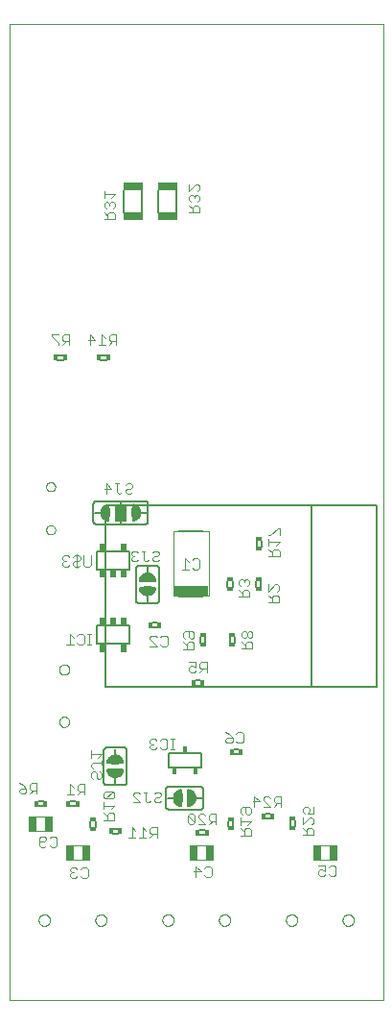
<source format=gbo>
G75*
%MOIN*%
%OFA0B0*%
%FSLAX25Y25*%
%IPPOS*%
%LPD*%
%AMOC8*
5,1,8,0,0,1.08239X$1,22.5*
%
%ADD10C,0.00000*%
%ADD11C,0.00500*%
%ADD12C,0.00600*%
%ADD13R,0.01181X0.02362*%
%ADD14C,0.00300*%
%ADD15R,0.02362X0.01181*%
%ADD16R,0.01969X0.02559*%
%ADD17C,0.00400*%
%ADD18R,0.08661X0.00787*%
%ADD19R,0.12205X0.03740*%
%ADD20R,0.02953X0.05709*%
%ADD21R,0.06900X0.02900*%
%ADD22R,0.04000X0.06000*%
%ADD23R,0.01800X0.02300*%
D10*
X0006000Y0010849D02*
X0006000Y0349431D01*
X0135921Y0349431D01*
X0135921Y0010849D01*
X0006000Y0010849D01*
X0016188Y0038408D02*
X0016190Y0038496D01*
X0016196Y0038584D01*
X0016206Y0038672D01*
X0016220Y0038760D01*
X0016237Y0038846D01*
X0016259Y0038932D01*
X0016284Y0039016D01*
X0016314Y0039100D01*
X0016346Y0039182D01*
X0016383Y0039262D01*
X0016423Y0039341D01*
X0016467Y0039418D01*
X0016514Y0039493D01*
X0016564Y0039565D01*
X0016618Y0039636D01*
X0016674Y0039703D01*
X0016734Y0039769D01*
X0016796Y0039831D01*
X0016862Y0039891D01*
X0016929Y0039947D01*
X0017000Y0040001D01*
X0017072Y0040051D01*
X0017147Y0040098D01*
X0017224Y0040142D01*
X0017303Y0040182D01*
X0017383Y0040219D01*
X0017465Y0040251D01*
X0017549Y0040281D01*
X0017633Y0040306D01*
X0017719Y0040328D01*
X0017805Y0040345D01*
X0017893Y0040359D01*
X0017981Y0040369D01*
X0018069Y0040375D01*
X0018157Y0040377D01*
X0018245Y0040375D01*
X0018333Y0040369D01*
X0018421Y0040359D01*
X0018509Y0040345D01*
X0018595Y0040328D01*
X0018681Y0040306D01*
X0018765Y0040281D01*
X0018849Y0040251D01*
X0018931Y0040219D01*
X0019011Y0040182D01*
X0019090Y0040142D01*
X0019167Y0040098D01*
X0019242Y0040051D01*
X0019314Y0040001D01*
X0019385Y0039947D01*
X0019452Y0039891D01*
X0019518Y0039831D01*
X0019580Y0039769D01*
X0019640Y0039703D01*
X0019696Y0039636D01*
X0019750Y0039565D01*
X0019800Y0039493D01*
X0019847Y0039418D01*
X0019891Y0039341D01*
X0019931Y0039262D01*
X0019968Y0039182D01*
X0020000Y0039100D01*
X0020030Y0039016D01*
X0020055Y0038932D01*
X0020077Y0038846D01*
X0020094Y0038760D01*
X0020108Y0038672D01*
X0020118Y0038584D01*
X0020124Y0038496D01*
X0020126Y0038408D01*
X0020124Y0038320D01*
X0020118Y0038232D01*
X0020108Y0038144D01*
X0020094Y0038056D01*
X0020077Y0037970D01*
X0020055Y0037884D01*
X0020030Y0037800D01*
X0020000Y0037716D01*
X0019968Y0037634D01*
X0019931Y0037554D01*
X0019891Y0037475D01*
X0019847Y0037398D01*
X0019800Y0037323D01*
X0019750Y0037251D01*
X0019696Y0037180D01*
X0019640Y0037113D01*
X0019580Y0037047D01*
X0019518Y0036985D01*
X0019452Y0036925D01*
X0019385Y0036869D01*
X0019314Y0036815D01*
X0019242Y0036765D01*
X0019167Y0036718D01*
X0019090Y0036674D01*
X0019011Y0036634D01*
X0018931Y0036597D01*
X0018849Y0036565D01*
X0018765Y0036535D01*
X0018681Y0036510D01*
X0018595Y0036488D01*
X0018509Y0036471D01*
X0018421Y0036457D01*
X0018333Y0036447D01*
X0018245Y0036441D01*
X0018157Y0036439D01*
X0018069Y0036441D01*
X0017981Y0036447D01*
X0017893Y0036457D01*
X0017805Y0036471D01*
X0017719Y0036488D01*
X0017633Y0036510D01*
X0017549Y0036535D01*
X0017465Y0036565D01*
X0017383Y0036597D01*
X0017303Y0036634D01*
X0017224Y0036674D01*
X0017147Y0036718D01*
X0017072Y0036765D01*
X0017000Y0036815D01*
X0016929Y0036869D01*
X0016862Y0036925D01*
X0016796Y0036985D01*
X0016734Y0037047D01*
X0016674Y0037113D01*
X0016618Y0037180D01*
X0016564Y0037251D01*
X0016514Y0037323D01*
X0016467Y0037398D01*
X0016423Y0037475D01*
X0016383Y0037554D01*
X0016346Y0037634D01*
X0016314Y0037716D01*
X0016284Y0037800D01*
X0016259Y0037884D01*
X0016237Y0037970D01*
X0016220Y0038056D01*
X0016206Y0038144D01*
X0016196Y0038232D01*
X0016190Y0038320D01*
X0016188Y0038408D01*
X0035874Y0038408D02*
X0035876Y0038496D01*
X0035882Y0038584D01*
X0035892Y0038672D01*
X0035906Y0038760D01*
X0035923Y0038846D01*
X0035945Y0038932D01*
X0035970Y0039016D01*
X0036000Y0039100D01*
X0036032Y0039182D01*
X0036069Y0039262D01*
X0036109Y0039341D01*
X0036153Y0039418D01*
X0036200Y0039493D01*
X0036250Y0039565D01*
X0036304Y0039636D01*
X0036360Y0039703D01*
X0036420Y0039769D01*
X0036482Y0039831D01*
X0036548Y0039891D01*
X0036615Y0039947D01*
X0036686Y0040001D01*
X0036758Y0040051D01*
X0036833Y0040098D01*
X0036910Y0040142D01*
X0036989Y0040182D01*
X0037069Y0040219D01*
X0037151Y0040251D01*
X0037235Y0040281D01*
X0037319Y0040306D01*
X0037405Y0040328D01*
X0037491Y0040345D01*
X0037579Y0040359D01*
X0037667Y0040369D01*
X0037755Y0040375D01*
X0037843Y0040377D01*
X0037931Y0040375D01*
X0038019Y0040369D01*
X0038107Y0040359D01*
X0038195Y0040345D01*
X0038281Y0040328D01*
X0038367Y0040306D01*
X0038451Y0040281D01*
X0038535Y0040251D01*
X0038617Y0040219D01*
X0038697Y0040182D01*
X0038776Y0040142D01*
X0038853Y0040098D01*
X0038928Y0040051D01*
X0039000Y0040001D01*
X0039071Y0039947D01*
X0039138Y0039891D01*
X0039204Y0039831D01*
X0039266Y0039769D01*
X0039326Y0039703D01*
X0039382Y0039636D01*
X0039436Y0039565D01*
X0039486Y0039493D01*
X0039533Y0039418D01*
X0039577Y0039341D01*
X0039617Y0039262D01*
X0039654Y0039182D01*
X0039686Y0039100D01*
X0039716Y0039016D01*
X0039741Y0038932D01*
X0039763Y0038846D01*
X0039780Y0038760D01*
X0039794Y0038672D01*
X0039804Y0038584D01*
X0039810Y0038496D01*
X0039812Y0038408D01*
X0039810Y0038320D01*
X0039804Y0038232D01*
X0039794Y0038144D01*
X0039780Y0038056D01*
X0039763Y0037970D01*
X0039741Y0037884D01*
X0039716Y0037800D01*
X0039686Y0037716D01*
X0039654Y0037634D01*
X0039617Y0037554D01*
X0039577Y0037475D01*
X0039533Y0037398D01*
X0039486Y0037323D01*
X0039436Y0037251D01*
X0039382Y0037180D01*
X0039326Y0037113D01*
X0039266Y0037047D01*
X0039204Y0036985D01*
X0039138Y0036925D01*
X0039071Y0036869D01*
X0039000Y0036815D01*
X0038928Y0036765D01*
X0038853Y0036718D01*
X0038776Y0036674D01*
X0038697Y0036634D01*
X0038617Y0036597D01*
X0038535Y0036565D01*
X0038451Y0036535D01*
X0038367Y0036510D01*
X0038281Y0036488D01*
X0038195Y0036471D01*
X0038107Y0036457D01*
X0038019Y0036447D01*
X0037931Y0036441D01*
X0037843Y0036439D01*
X0037755Y0036441D01*
X0037667Y0036447D01*
X0037579Y0036457D01*
X0037491Y0036471D01*
X0037405Y0036488D01*
X0037319Y0036510D01*
X0037235Y0036535D01*
X0037151Y0036565D01*
X0037069Y0036597D01*
X0036989Y0036634D01*
X0036910Y0036674D01*
X0036833Y0036718D01*
X0036758Y0036765D01*
X0036686Y0036815D01*
X0036615Y0036869D01*
X0036548Y0036925D01*
X0036482Y0036985D01*
X0036420Y0037047D01*
X0036360Y0037113D01*
X0036304Y0037180D01*
X0036250Y0037251D01*
X0036200Y0037323D01*
X0036153Y0037398D01*
X0036109Y0037475D01*
X0036069Y0037554D01*
X0036032Y0037634D01*
X0036000Y0037716D01*
X0035970Y0037800D01*
X0035945Y0037884D01*
X0035923Y0037970D01*
X0035906Y0038056D01*
X0035892Y0038144D01*
X0035882Y0038232D01*
X0035876Y0038320D01*
X0035874Y0038408D01*
X0059188Y0038408D02*
X0059190Y0038496D01*
X0059196Y0038584D01*
X0059206Y0038672D01*
X0059220Y0038760D01*
X0059237Y0038846D01*
X0059259Y0038932D01*
X0059284Y0039016D01*
X0059314Y0039100D01*
X0059346Y0039182D01*
X0059383Y0039262D01*
X0059423Y0039341D01*
X0059467Y0039418D01*
X0059514Y0039493D01*
X0059564Y0039565D01*
X0059618Y0039636D01*
X0059674Y0039703D01*
X0059734Y0039769D01*
X0059796Y0039831D01*
X0059862Y0039891D01*
X0059929Y0039947D01*
X0060000Y0040001D01*
X0060072Y0040051D01*
X0060147Y0040098D01*
X0060224Y0040142D01*
X0060303Y0040182D01*
X0060383Y0040219D01*
X0060465Y0040251D01*
X0060549Y0040281D01*
X0060633Y0040306D01*
X0060719Y0040328D01*
X0060805Y0040345D01*
X0060893Y0040359D01*
X0060981Y0040369D01*
X0061069Y0040375D01*
X0061157Y0040377D01*
X0061245Y0040375D01*
X0061333Y0040369D01*
X0061421Y0040359D01*
X0061509Y0040345D01*
X0061595Y0040328D01*
X0061681Y0040306D01*
X0061765Y0040281D01*
X0061849Y0040251D01*
X0061931Y0040219D01*
X0062011Y0040182D01*
X0062090Y0040142D01*
X0062167Y0040098D01*
X0062242Y0040051D01*
X0062314Y0040001D01*
X0062385Y0039947D01*
X0062452Y0039891D01*
X0062518Y0039831D01*
X0062580Y0039769D01*
X0062640Y0039703D01*
X0062696Y0039636D01*
X0062750Y0039565D01*
X0062800Y0039493D01*
X0062847Y0039418D01*
X0062891Y0039341D01*
X0062931Y0039262D01*
X0062968Y0039182D01*
X0063000Y0039100D01*
X0063030Y0039016D01*
X0063055Y0038932D01*
X0063077Y0038846D01*
X0063094Y0038760D01*
X0063108Y0038672D01*
X0063118Y0038584D01*
X0063124Y0038496D01*
X0063126Y0038408D01*
X0063124Y0038320D01*
X0063118Y0038232D01*
X0063108Y0038144D01*
X0063094Y0038056D01*
X0063077Y0037970D01*
X0063055Y0037884D01*
X0063030Y0037800D01*
X0063000Y0037716D01*
X0062968Y0037634D01*
X0062931Y0037554D01*
X0062891Y0037475D01*
X0062847Y0037398D01*
X0062800Y0037323D01*
X0062750Y0037251D01*
X0062696Y0037180D01*
X0062640Y0037113D01*
X0062580Y0037047D01*
X0062518Y0036985D01*
X0062452Y0036925D01*
X0062385Y0036869D01*
X0062314Y0036815D01*
X0062242Y0036765D01*
X0062167Y0036718D01*
X0062090Y0036674D01*
X0062011Y0036634D01*
X0061931Y0036597D01*
X0061849Y0036565D01*
X0061765Y0036535D01*
X0061681Y0036510D01*
X0061595Y0036488D01*
X0061509Y0036471D01*
X0061421Y0036457D01*
X0061333Y0036447D01*
X0061245Y0036441D01*
X0061157Y0036439D01*
X0061069Y0036441D01*
X0060981Y0036447D01*
X0060893Y0036457D01*
X0060805Y0036471D01*
X0060719Y0036488D01*
X0060633Y0036510D01*
X0060549Y0036535D01*
X0060465Y0036565D01*
X0060383Y0036597D01*
X0060303Y0036634D01*
X0060224Y0036674D01*
X0060147Y0036718D01*
X0060072Y0036765D01*
X0060000Y0036815D01*
X0059929Y0036869D01*
X0059862Y0036925D01*
X0059796Y0036985D01*
X0059734Y0037047D01*
X0059674Y0037113D01*
X0059618Y0037180D01*
X0059564Y0037251D01*
X0059514Y0037323D01*
X0059467Y0037398D01*
X0059423Y0037475D01*
X0059383Y0037554D01*
X0059346Y0037634D01*
X0059314Y0037716D01*
X0059284Y0037800D01*
X0059259Y0037884D01*
X0059237Y0037970D01*
X0059220Y0038056D01*
X0059206Y0038144D01*
X0059196Y0038232D01*
X0059190Y0038320D01*
X0059188Y0038408D01*
X0078874Y0038408D02*
X0078876Y0038496D01*
X0078882Y0038584D01*
X0078892Y0038672D01*
X0078906Y0038760D01*
X0078923Y0038846D01*
X0078945Y0038932D01*
X0078970Y0039016D01*
X0079000Y0039100D01*
X0079032Y0039182D01*
X0079069Y0039262D01*
X0079109Y0039341D01*
X0079153Y0039418D01*
X0079200Y0039493D01*
X0079250Y0039565D01*
X0079304Y0039636D01*
X0079360Y0039703D01*
X0079420Y0039769D01*
X0079482Y0039831D01*
X0079548Y0039891D01*
X0079615Y0039947D01*
X0079686Y0040001D01*
X0079758Y0040051D01*
X0079833Y0040098D01*
X0079910Y0040142D01*
X0079989Y0040182D01*
X0080069Y0040219D01*
X0080151Y0040251D01*
X0080235Y0040281D01*
X0080319Y0040306D01*
X0080405Y0040328D01*
X0080491Y0040345D01*
X0080579Y0040359D01*
X0080667Y0040369D01*
X0080755Y0040375D01*
X0080843Y0040377D01*
X0080931Y0040375D01*
X0081019Y0040369D01*
X0081107Y0040359D01*
X0081195Y0040345D01*
X0081281Y0040328D01*
X0081367Y0040306D01*
X0081451Y0040281D01*
X0081535Y0040251D01*
X0081617Y0040219D01*
X0081697Y0040182D01*
X0081776Y0040142D01*
X0081853Y0040098D01*
X0081928Y0040051D01*
X0082000Y0040001D01*
X0082071Y0039947D01*
X0082138Y0039891D01*
X0082204Y0039831D01*
X0082266Y0039769D01*
X0082326Y0039703D01*
X0082382Y0039636D01*
X0082436Y0039565D01*
X0082486Y0039493D01*
X0082533Y0039418D01*
X0082577Y0039341D01*
X0082617Y0039262D01*
X0082654Y0039182D01*
X0082686Y0039100D01*
X0082716Y0039016D01*
X0082741Y0038932D01*
X0082763Y0038846D01*
X0082780Y0038760D01*
X0082794Y0038672D01*
X0082804Y0038584D01*
X0082810Y0038496D01*
X0082812Y0038408D01*
X0082810Y0038320D01*
X0082804Y0038232D01*
X0082794Y0038144D01*
X0082780Y0038056D01*
X0082763Y0037970D01*
X0082741Y0037884D01*
X0082716Y0037800D01*
X0082686Y0037716D01*
X0082654Y0037634D01*
X0082617Y0037554D01*
X0082577Y0037475D01*
X0082533Y0037398D01*
X0082486Y0037323D01*
X0082436Y0037251D01*
X0082382Y0037180D01*
X0082326Y0037113D01*
X0082266Y0037047D01*
X0082204Y0036985D01*
X0082138Y0036925D01*
X0082071Y0036869D01*
X0082000Y0036815D01*
X0081928Y0036765D01*
X0081853Y0036718D01*
X0081776Y0036674D01*
X0081697Y0036634D01*
X0081617Y0036597D01*
X0081535Y0036565D01*
X0081451Y0036535D01*
X0081367Y0036510D01*
X0081281Y0036488D01*
X0081195Y0036471D01*
X0081107Y0036457D01*
X0081019Y0036447D01*
X0080931Y0036441D01*
X0080843Y0036439D01*
X0080755Y0036441D01*
X0080667Y0036447D01*
X0080579Y0036457D01*
X0080491Y0036471D01*
X0080405Y0036488D01*
X0080319Y0036510D01*
X0080235Y0036535D01*
X0080151Y0036565D01*
X0080069Y0036597D01*
X0079989Y0036634D01*
X0079910Y0036674D01*
X0079833Y0036718D01*
X0079758Y0036765D01*
X0079686Y0036815D01*
X0079615Y0036869D01*
X0079548Y0036925D01*
X0079482Y0036985D01*
X0079420Y0037047D01*
X0079360Y0037113D01*
X0079304Y0037180D01*
X0079250Y0037251D01*
X0079200Y0037323D01*
X0079153Y0037398D01*
X0079109Y0037475D01*
X0079069Y0037554D01*
X0079032Y0037634D01*
X0079000Y0037716D01*
X0078970Y0037800D01*
X0078945Y0037884D01*
X0078923Y0037970D01*
X0078906Y0038056D01*
X0078892Y0038144D01*
X0078882Y0038232D01*
X0078876Y0038320D01*
X0078874Y0038408D01*
X0102188Y0038408D02*
X0102190Y0038496D01*
X0102196Y0038584D01*
X0102206Y0038672D01*
X0102220Y0038760D01*
X0102237Y0038846D01*
X0102259Y0038932D01*
X0102284Y0039016D01*
X0102314Y0039100D01*
X0102346Y0039182D01*
X0102383Y0039262D01*
X0102423Y0039341D01*
X0102467Y0039418D01*
X0102514Y0039493D01*
X0102564Y0039565D01*
X0102618Y0039636D01*
X0102674Y0039703D01*
X0102734Y0039769D01*
X0102796Y0039831D01*
X0102862Y0039891D01*
X0102929Y0039947D01*
X0103000Y0040001D01*
X0103072Y0040051D01*
X0103147Y0040098D01*
X0103224Y0040142D01*
X0103303Y0040182D01*
X0103383Y0040219D01*
X0103465Y0040251D01*
X0103549Y0040281D01*
X0103633Y0040306D01*
X0103719Y0040328D01*
X0103805Y0040345D01*
X0103893Y0040359D01*
X0103981Y0040369D01*
X0104069Y0040375D01*
X0104157Y0040377D01*
X0104245Y0040375D01*
X0104333Y0040369D01*
X0104421Y0040359D01*
X0104509Y0040345D01*
X0104595Y0040328D01*
X0104681Y0040306D01*
X0104765Y0040281D01*
X0104849Y0040251D01*
X0104931Y0040219D01*
X0105011Y0040182D01*
X0105090Y0040142D01*
X0105167Y0040098D01*
X0105242Y0040051D01*
X0105314Y0040001D01*
X0105385Y0039947D01*
X0105452Y0039891D01*
X0105518Y0039831D01*
X0105580Y0039769D01*
X0105640Y0039703D01*
X0105696Y0039636D01*
X0105750Y0039565D01*
X0105800Y0039493D01*
X0105847Y0039418D01*
X0105891Y0039341D01*
X0105931Y0039262D01*
X0105968Y0039182D01*
X0106000Y0039100D01*
X0106030Y0039016D01*
X0106055Y0038932D01*
X0106077Y0038846D01*
X0106094Y0038760D01*
X0106108Y0038672D01*
X0106118Y0038584D01*
X0106124Y0038496D01*
X0106126Y0038408D01*
X0106124Y0038320D01*
X0106118Y0038232D01*
X0106108Y0038144D01*
X0106094Y0038056D01*
X0106077Y0037970D01*
X0106055Y0037884D01*
X0106030Y0037800D01*
X0106000Y0037716D01*
X0105968Y0037634D01*
X0105931Y0037554D01*
X0105891Y0037475D01*
X0105847Y0037398D01*
X0105800Y0037323D01*
X0105750Y0037251D01*
X0105696Y0037180D01*
X0105640Y0037113D01*
X0105580Y0037047D01*
X0105518Y0036985D01*
X0105452Y0036925D01*
X0105385Y0036869D01*
X0105314Y0036815D01*
X0105242Y0036765D01*
X0105167Y0036718D01*
X0105090Y0036674D01*
X0105011Y0036634D01*
X0104931Y0036597D01*
X0104849Y0036565D01*
X0104765Y0036535D01*
X0104681Y0036510D01*
X0104595Y0036488D01*
X0104509Y0036471D01*
X0104421Y0036457D01*
X0104333Y0036447D01*
X0104245Y0036441D01*
X0104157Y0036439D01*
X0104069Y0036441D01*
X0103981Y0036447D01*
X0103893Y0036457D01*
X0103805Y0036471D01*
X0103719Y0036488D01*
X0103633Y0036510D01*
X0103549Y0036535D01*
X0103465Y0036565D01*
X0103383Y0036597D01*
X0103303Y0036634D01*
X0103224Y0036674D01*
X0103147Y0036718D01*
X0103072Y0036765D01*
X0103000Y0036815D01*
X0102929Y0036869D01*
X0102862Y0036925D01*
X0102796Y0036985D01*
X0102734Y0037047D01*
X0102674Y0037113D01*
X0102618Y0037180D01*
X0102564Y0037251D01*
X0102514Y0037323D01*
X0102467Y0037398D01*
X0102423Y0037475D01*
X0102383Y0037554D01*
X0102346Y0037634D01*
X0102314Y0037716D01*
X0102284Y0037800D01*
X0102259Y0037884D01*
X0102237Y0037970D01*
X0102220Y0038056D01*
X0102206Y0038144D01*
X0102196Y0038232D01*
X0102190Y0038320D01*
X0102188Y0038408D01*
X0121874Y0038408D02*
X0121876Y0038496D01*
X0121882Y0038584D01*
X0121892Y0038672D01*
X0121906Y0038760D01*
X0121923Y0038846D01*
X0121945Y0038932D01*
X0121970Y0039016D01*
X0122000Y0039100D01*
X0122032Y0039182D01*
X0122069Y0039262D01*
X0122109Y0039341D01*
X0122153Y0039418D01*
X0122200Y0039493D01*
X0122250Y0039565D01*
X0122304Y0039636D01*
X0122360Y0039703D01*
X0122420Y0039769D01*
X0122482Y0039831D01*
X0122548Y0039891D01*
X0122615Y0039947D01*
X0122686Y0040001D01*
X0122758Y0040051D01*
X0122833Y0040098D01*
X0122910Y0040142D01*
X0122989Y0040182D01*
X0123069Y0040219D01*
X0123151Y0040251D01*
X0123235Y0040281D01*
X0123319Y0040306D01*
X0123405Y0040328D01*
X0123491Y0040345D01*
X0123579Y0040359D01*
X0123667Y0040369D01*
X0123755Y0040375D01*
X0123843Y0040377D01*
X0123931Y0040375D01*
X0124019Y0040369D01*
X0124107Y0040359D01*
X0124195Y0040345D01*
X0124281Y0040328D01*
X0124367Y0040306D01*
X0124451Y0040281D01*
X0124535Y0040251D01*
X0124617Y0040219D01*
X0124697Y0040182D01*
X0124776Y0040142D01*
X0124853Y0040098D01*
X0124928Y0040051D01*
X0125000Y0040001D01*
X0125071Y0039947D01*
X0125138Y0039891D01*
X0125204Y0039831D01*
X0125266Y0039769D01*
X0125326Y0039703D01*
X0125382Y0039636D01*
X0125436Y0039565D01*
X0125486Y0039493D01*
X0125533Y0039418D01*
X0125577Y0039341D01*
X0125617Y0039262D01*
X0125654Y0039182D01*
X0125686Y0039100D01*
X0125716Y0039016D01*
X0125741Y0038932D01*
X0125763Y0038846D01*
X0125780Y0038760D01*
X0125794Y0038672D01*
X0125804Y0038584D01*
X0125810Y0038496D01*
X0125812Y0038408D01*
X0125810Y0038320D01*
X0125804Y0038232D01*
X0125794Y0038144D01*
X0125780Y0038056D01*
X0125763Y0037970D01*
X0125741Y0037884D01*
X0125716Y0037800D01*
X0125686Y0037716D01*
X0125654Y0037634D01*
X0125617Y0037554D01*
X0125577Y0037475D01*
X0125533Y0037398D01*
X0125486Y0037323D01*
X0125436Y0037251D01*
X0125382Y0037180D01*
X0125326Y0037113D01*
X0125266Y0037047D01*
X0125204Y0036985D01*
X0125138Y0036925D01*
X0125071Y0036869D01*
X0125000Y0036815D01*
X0124928Y0036765D01*
X0124853Y0036718D01*
X0124776Y0036674D01*
X0124697Y0036634D01*
X0124617Y0036597D01*
X0124535Y0036565D01*
X0124451Y0036535D01*
X0124367Y0036510D01*
X0124281Y0036488D01*
X0124195Y0036471D01*
X0124107Y0036457D01*
X0124019Y0036447D01*
X0123931Y0036441D01*
X0123843Y0036439D01*
X0123755Y0036441D01*
X0123667Y0036447D01*
X0123579Y0036457D01*
X0123491Y0036471D01*
X0123405Y0036488D01*
X0123319Y0036510D01*
X0123235Y0036535D01*
X0123151Y0036565D01*
X0123069Y0036597D01*
X0122989Y0036634D01*
X0122910Y0036674D01*
X0122833Y0036718D01*
X0122758Y0036765D01*
X0122686Y0036815D01*
X0122615Y0036869D01*
X0122548Y0036925D01*
X0122482Y0036985D01*
X0122420Y0037047D01*
X0122360Y0037113D01*
X0122304Y0037180D01*
X0122250Y0037251D01*
X0122200Y0037323D01*
X0122153Y0037398D01*
X0122109Y0037475D01*
X0122069Y0037554D01*
X0122032Y0037634D01*
X0122000Y0037716D01*
X0121970Y0037800D01*
X0121945Y0037884D01*
X0121923Y0037970D01*
X0121906Y0038056D01*
X0121892Y0038144D01*
X0121882Y0038232D01*
X0121876Y0038320D01*
X0121874Y0038408D01*
X0023322Y0107235D02*
X0023324Y0107319D01*
X0023330Y0107402D01*
X0023340Y0107485D01*
X0023354Y0107568D01*
X0023371Y0107650D01*
X0023393Y0107731D01*
X0023418Y0107810D01*
X0023447Y0107889D01*
X0023480Y0107966D01*
X0023516Y0108041D01*
X0023556Y0108115D01*
X0023599Y0108187D01*
X0023646Y0108256D01*
X0023696Y0108323D01*
X0023749Y0108388D01*
X0023805Y0108450D01*
X0023863Y0108510D01*
X0023925Y0108567D01*
X0023989Y0108620D01*
X0024056Y0108671D01*
X0024125Y0108718D01*
X0024196Y0108763D01*
X0024269Y0108803D01*
X0024344Y0108840D01*
X0024421Y0108874D01*
X0024499Y0108904D01*
X0024578Y0108930D01*
X0024659Y0108953D01*
X0024741Y0108971D01*
X0024823Y0108986D01*
X0024906Y0108997D01*
X0024989Y0109004D01*
X0025073Y0109007D01*
X0025157Y0109006D01*
X0025240Y0109001D01*
X0025324Y0108992D01*
X0025406Y0108979D01*
X0025488Y0108963D01*
X0025569Y0108942D01*
X0025650Y0108918D01*
X0025728Y0108890D01*
X0025806Y0108858D01*
X0025882Y0108822D01*
X0025956Y0108783D01*
X0026028Y0108741D01*
X0026098Y0108695D01*
X0026166Y0108646D01*
X0026231Y0108594D01*
X0026294Y0108539D01*
X0026354Y0108481D01*
X0026412Y0108420D01*
X0026466Y0108356D01*
X0026518Y0108290D01*
X0026566Y0108222D01*
X0026611Y0108151D01*
X0026652Y0108078D01*
X0026691Y0108004D01*
X0026725Y0107928D01*
X0026756Y0107850D01*
X0026783Y0107771D01*
X0026807Y0107690D01*
X0026826Y0107609D01*
X0026842Y0107527D01*
X0026854Y0107444D01*
X0026862Y0107360D01*
X0026866Y0107277D01*
X0026866Y0107193D01*
X0026862Y0107110D01*
X0026854Y0107026D01*
X0026842Y0106943D01*
X0026826Y0106861D01*
X0026807Y0106780D01*
X0026783Y0106699D01*
X0026756Y0106620D01*
X0026725Y0106542D01*
X0026691Y0106466D01*
X0026652Y0106392D01*
X0026611Y0106319D01*
X0026566Y0106248D01*
X0026518Y0106180D01*
X0026466Y0106114D01*
X0026412Y0106050D01*
X0026354Y0105989D01*
X0026294Y0105931D01*
X0026231Y0105876D01*
X0026166Y0105824D01*
X0026098Y0105775D01*
X0026028Y0105729D01*
X0025956Y0105687D01*
X0025882Y0105648D01*
X0025806Y0105612D01*
X0025728Y0105580D01*
X0025650Y0105552D01*
X0025569Y0105528D01*
X0025488Y0105507D01*
X0025406Y0105491D01*
X0025324Y0105478D01*
X0025240Y0105469D01*
X0025157Y0105464D01*
X0025073Y0105463D01*
X0024989Y0105466D01*
X0024906Y0105473D01*
X0024823Y0105484D01*
X0024741Y0105499D01*
X0024659Y0105517D01*
X0024578Y0105540D01*
X0024499Y0105566D01*
X0024421Y0105596D01*
X0024344Y0105630D01*
X0024269Y0105667D01*
X0024196Y0105707D01*
X0024125Y0105752D01*
X0024056Y0105799D01*
X0023989Y0105850D01*
X0023925Y0105903D01*
X0023863Y0105960D01*
X0023805Y0106020D01*
X0023749Y0106082D01*
X0023696Y0106147D01*
X0023646Y0106214D01*
X0023599Y0106283D01*
X0023556Y0106355D01*
X0023516Y0106429D01*
X0023480Y0106504D01*
X0023447Y0106581D01*
X0023418Y0106660D01*
X0023393Y0106739D01*
X0023371Y0106820D01*
X0023354Y0106902D01*
X0023340Y0106985D01*
X0023330Y0107068D01*
X0023324Y0107151D01*
X0023322Y0107235D01*
X0023322Y0125345D02*
X0023324Y0125429D01*
X0023330Y0125512D01*
X0023340Y0125595D01*
X0023354Y0125678D01*
X0023371Y0125760D01*
X0023393Y0125841D01*
X0023418Y0125920D01*
X0023447Y0125999D01*
X0023480Y0126076D01*
X0023516Y0126151D01*
X0023556Y0126225D01*
X0023599Y0126297D01*
X0023646Y0126366D01*
X0023696Y0126433D01*
X0023749Y0126498D01*
X0023805Y0126560D01*
X0023863Y0126620D01*
X0023925Y0126677D01*
X0023989Y0126730D01*
X0024056Y0126781D01*
X0024125Y0126828D01*
X0024196Y0126873D01*
X0024269Y0126913D01*
X0024344Y0126950D01*
X0024421Y0126984D01*
X0024499Y0127014D01*
X0024578Y0127040D01*
X0024659Y0127063D01*
X0024741Y0127081D01*
X0024823Y0127096D01*
X0024906Y0127107D01*
X0024989Y0127114D01*
X0025073Y0127117D01*
X0025157Y0127116D01*
X0025240Y0127111D01*
X0025324Y0127102D01*
X0025406Y0127089D01*
X0025488Y0127073D01*
X0025569Y0127052D01*
X0025650Y0127028D01*
X0025728Y0127000D01*
X0025806Y0126968D01*
X0025882Y0126932D01*
X0025956Y0126893D01*
X0026028Y0126851D01*
X0026098Y0126805D01*
X0026166Y0126756D01*
X0026231Y0126704D01*
X0026294Y0126649D01*
X0026354Y0126591D01*
X0026412Y0126530D01*
X0026466Y0126466D01*
X0026518Y0126400D01*
X0026566Y0126332D01*
X0026611Y0126261D01*
X0026652Y0126188D01*
X0026691Y0126114D01*
X0026725Y0126038D01*
X0026756Y0125960D01*
X0026783Y0125881D01*
X0026807Y0125800D01*
X0026826Y0125719D01*
X0026842Y0125637D01*
X0026854Y0125554D01*
X0026862Y0125470D01*
X0026866Y0125387D01*
X0026866Y0125303D01*
X0026862Y0125220D01*
X0026854Y0125136D01*
X0026842Y0125053D01*
X0026826Y0124971D01*
X0026807Y0124890D01*
X0026783Y0124809D01*
X0026756Y0124730D01*
X0026725Y0124652D01*
X0026691Y0124576D01*
X0026652Y0124502D01*
X0026611Y0124429D01*
X0026566Y0124358D01*
X0026518Y0124290D01*
X0026466Y0124224D01*
X0026412Y0124160D01*
X0026354Y0124099D01*
X0026294Y0124041D01*
X0026231Y0123986D01*
X0026166Y0123934D01*
X0026098Y0123885D01*
X0026028Y0123839D01*
X0025956Y0123797D01*
X0025882Y0123758D01*
X0025806Y0123722D01*
X0025728Y0123690D01*
X0025650Y0123662D01*
X0025569Y0123638D01*
X0025488Y0123617D01*
X0025406Y0123601D01*
X0025324Y0123588D01*
X0025240Y0123579D01*
X0025157Y0123574D01*
X0025073Y0123573D01*
X0024989Y0123576D01*
X0024906Y0123583D01*
X0024823Y0123594D01*
X0024741Y0123609D01*
X0024659Y0123627D01*
X0024578Y0123650D01*
X0024499Y0123676D01*
X0024421Y0123706D01*
X0024344Y0123740D01*
X0024269Y0123777D01*
X0024196Y0123817D01*
X0024125Y0123862D01*
X0024056Y0123909D01*
X0023989Y0123960D01*
X0023925Y0124013D01*
X0023863Y0124070D01*
X0023805Y0124130D01*
X0023749Y0124192D01*
X0023696Y0124257D01*
X0023646Y0124324D01*
X0023599Y0124393D01*
X0023556Y0124465D01*
X0023516Y0124539D01*
X0023480Y0124614D01*
X0023447Y0124691D01*
X0023418Y0124770D01*
X0023393Y0124849D01*
X0023371Y0124930D01*
X0023354Y0125012D01*
X0023340Y0125095D01*
X0023330Y0125178D01*
X0023324Y0125261D01*
X0023322Y0125345D01*
X0018798Y0173869D02*
X0018800Y0173948D01*
X0018806Y0174027D01*
X0018816Y0174106D01*
X0018830Y0174184D01*
X0018847Y0174261D01*
X0018869Y0174337D01*
X0018894Y0174412D01*
X0018924Y0174485D01*
X0018956Y0174557D01*
X0018993Y0174628D01*
X0019033Y0174696D01*
X0019076Y0174762D01*
X0019122Y0174826D01*
X0019172Y0174888D01*
X0019225Y0174947D01*
X0019280Y0175003D01*
X0019339Y0175057D01*
X0019400Y0175107D01*
X0019463Y0175155D01*
X0019529Y0175199D01*
X0019597Y0175240D01*
X0019667Y0175277D01*
X0019738Y0175311D01*
X0019812Y0175341D01*
X0019886Y0175367D01*
X0019962Y0175389D01*
X0020039Y0175408D01*
X0020117Y0175423D01*
X0020195Y0175434D01*
X0020274Y0175441D01*
X0020353Y0175444D01*
X0020432Y0175443D01*
X0020511Y0175438D01*
X0020590Y0175429D01*
X0020668Y0175416D01*
X0020745Y0175399D01*
X0020822Y0175379D01*
X0020897Y0175354D01*
X0020971Y0175326D01*
X0021044Y0175294D01*
X0021114Y0175259D01*
X0021183Y0175220D01*
X0021250Y0175177D01*
X0021315Y0175131D01*
X0021377Y0175083D01*
X0021437Y0175031D01*
X0021494Y0174976D01*
X0021548Y0174918D01*
X0021599Y0174858D01*
X0021647Y0174795D01*
X0021692Y0174730D01*
X0021734Y0174662D01*
X0021772Y0174593D01*
X0021806Y0174522D01*
X0021837Y0174449D01*
X0021865Y0174374D01*
X0021888Y0174299D01*
X0021908Y0174222D01*
X0021924Y0174145D01*
X0021936Y0174066D01*
X0021944Y0173988D01*
X0021948Y0173909D01*
X0021948Y0173829D01*
X0021944Y0173750D01*
X0021936Y0173672D01*
X0021924Y0173593D01*
X0021908Y0173516D01*
X0021888Y0173439D01*
X0021865Y0173364D01*
X0021837Y0173289D01*
X0021806Y0173216D01*
X0021772Y0173145D01*
X0021734Y0173076D01*
X0021692Y0173008D01*
X0021647Y0172943D01*
X0021599Y0172880D01*
X0021548Y0172820D01*
X0021494Y0172762D01*
X0021437Y0172707D01*
X0021377Y0172655D01*
X0021315Y0172607D01*
X0021250Y0172561D01*
X0021183Y0172518D01*
X0021114Y0172479D01*
X0021044Y0172444D01*
X0020971Y0172412D01*
X0020897Y0172384D01*
X0020822Y0172359D01*
X0020745Y0172339D01*
X0020668Y0172322D01*
X0020590Y0172309D01*
X0020511Y0172300D01*
X0020432Y0172295D01*
X0020353Y0172294D01*
X0020274Y0172297D01*
X0020195Y0172304D01*
X0020117Y0172315D01*
X0020039Y0172330D01*
X0019962Y0172349D01*
X0019886Y0172371D01*
X0019812Y0172397D01*
X0019738Y0172427D01*
X0019667Y0172461D01*
X0019597Y0172498D01*
X0019529Y0172539D01*
X0019463Y0172583D01*
X0019400Y0172631D01*
X0019339Y0172681D01*
X0019280Y0172735D01*
X0019225Y0172791D01*
X0019172Y0172850D01*
X0019122Y0172912D01*
X0019076Y0172976D01*
X0019033Y0173042D01*
X0018993Y0173110D01*
X0018956Y0173181D01*
X0018924Y0173253D01*
X0018894Y0173326D01*
X0018869Y0173401D01*
X0018847Y0173477D01*
X0018830Y0173554D01*
X0018816Y0173632D01*
X0018806Y0173711D01*
X0018800Y0173790D01*
X0018798Y0173869D01*
X0018798Y0188829D02*
X0018800Y0188908D01*
X0018806Y0188987D01*
X0018816Y0189066D01*
X0018830Y0189144D01*
X0018847Y0189221D01*
X0018869Y0189297D01*
X0018894Y0189372D01*
X0018924Y0189445D01*
X0018956Y0189517D01*
X0018993Y0189588D01*
X0019033Y0189656D01*
X0019076Y0189722D01*
X0019122Y0189786D01*
X0019172Y0189848D01*
X0019225Y0189907D01*
X0019280Y0189963D01*
X0019339Y0190017D01*
X0019400Y0190067D01*
X0019463Y0190115D01*
X0019529Y0190159D01*
X0019597Y0190200D01*
X0019667Y0190237D01*
X0019738Y0190271D01*
X0019812Y0190301D01*
X0019886Y0190327D01*
X0019962Y0190349D01*
X0020039Y0190368D01*
X0020117Y0190383D01*
X0020195Y0190394D01*
X0020274Y0190401D01*
X0020353Y0190404D01*
X0020432Y0190403D01*
X0020511Y0190398D01*
X0020590Y0190389D01*
X0020668Y0190376D01*
X0020745Y0190359D01*
X0020822Y0190339D01*
X0020897Y0190314D01*
X0020971Y0190286D01*
X0021044Y0190254D01*
X0021114Y0190219D01*
X0021183Y0190180D01*
X0021250Y0190137D01*
X0021315Y0190091D01*
X0021377Y0190043D01*
X0021437Y0189991D01*
X0021494Y0189936D01*
X0021548Y0189878D01*
X0021599Y0189818D01*
X0021647Y0189755D01*
X0021692Y0189690D01*
X0021734Y0189622D01*
X0021772Y0189553D01*
X0021806Y0189482D01*
X0021837Y0189409D01*
X0021865Y0189334D01*
X0021888Y0189259D01*
X0021908Y0189182D01*
X0021924Y0189105D01*
X0021936Y0189026D01*
X0021944Y0188948D01*
X0021948Y0188869D01*
X0021948Y0188789D01*
X0021944Y0188710D01*
X0021936Y0188632D01*
X0021924Y0188553D01*
X0021908Y0188476D01*
X0021888Y0188399D01*
X0021865Y0188324D01*
X0021837Y0188249D01*
X0021806Y0188176D01*
X0021772Y0188105D01*
X0021734Y0188036D01*
X0021692Y0187968D01*
X0021647Y0187903D01*
X0021599Y0187840D01*
X0021548Y0187780D01*
X0021494Y0187722D01*
X0021437Y0187667D01*
X0021377Y0187615D01*
X0021315Y0187567D01*
X0021250Y0187521D01*
X0021183Y0187478D01*
X0021114Y0187439D01*
X0021044Y0187404D01*
X0020971Y0187372D01*
X0020897Y0187344D01*
X0020822Y0187319D01*
X0020745Y0187299D01*
X0020668Y0187282D01*
X0020590Y0187269D01*
X0020511Y0187260D01*
X0020432Y0187255D01*
X0020353Y0187254D01*
X0020274Y0187257D01*
X0020195Y0187264D01*
X0020117Y0187275D01*
X0020039Y0187290D01*
X0019962Y0187309D01*
X0019886Y0187331D01*
X0019812Y0187357D01*
X0019738Y0187387D01*
X0019667Y0187421D01*
X0019597Y0187458D01*
X0019529Y0187499D01*
X0019463Y0187543D01*
X0019400Y0187591D01*
X0019339Y0187641D01*
X0019280Y0187695D01*
X0019225Y0187751D01*
X0019172Y0187810D01*
X0019122Y0187872D01*
X0019076Y0187936D01*
X0019033Y0188002D01*
X0018993Y0188070D01*
X0018956Y0188141D01*
X0018924Y0188213D01*
X0018894Y0188286D01*
X0018869Y0188361D01*
X0018847Y0188437D01*
X0018830Y0188514D01*
X0018816Y0188592D01*
X0018806Y0188671D01*
X0018800Y0188750D01*
X0018798Y0188829D01*
D11*
X0039314Y0182241D02*
X0110967Y0182241D01*
X0110967Y0119248D01*
X0039314Y0119248D01*
X0039314Y0182241D01*
X0040482Y0182587D02*
X0040730Y0179849D01*
X0040730Y0179849D01*
X0040482Y0177111D01*
X0040481Y0177110D01*
X0040378Y0177122D01*
X0040274Y0177137D01*
X0040172Y0177156D01*
X0040070Y0177180D01*
X0039969Y0177207D01*
X0039870Y0177237D01*
X0039771Y0177272D01*
X0039674Y0177310D01*
X0039579Y0177352D01*
X0039485Y0177398D01*
X0039393Y0177447D01*
X0039302Y0177499D01*
X0039214Y0177555D01*
X0039128Y0177614D01*
X0039045Y0177677D01*
X0038964Y0177742D01*
X0038885Y0177811D01*
X0038809Y0177882D01*
X0038736Y0177957D01*
X0038665Y0178034D01*
X0038598Y0178113D01*
X0038534Y0178196D01*
X0038472Y0178280D01*
X0038415Y0178367D01*
X0038360Y0178456D01*
X0038309Y0178547D01*
X0038261Y0178640D01*
X0038217Y0178734D01*
X0038177Y0178830D01*
X0038140Y0178928D01*
X0038107Y0179027D01*
X0038077Y0179127D01*
X0038052Y0179228D01*
X0038030Y0179330D01*
X0038013Y0179433D01*
X0037999Y0179537D01*
X0037989Y0179640D01*
X0037983Y0179745D01*
X0037981Y0179849D01*
X0037983Y0179953D01*
X0037989Y0180058D01*
X0037999Y0180161D01*
X0038013Y0180265D01*
X0038030Y0180368D01*
X0038052Y0180470D01*
X0038077Y0180571D01*
X0038107Y0180671D01*
X0038140Y0180770D01*
X0038177Y0180868D01*
X0038217Y0180964D01*
X0038261Y0181058D01*
X0038309Y0181151D01*
X0038360Y0181242D01*
X0038415Y0181331D01*
X0038472Y0181418D01*
X0038534Y0181502D01*
X0038598Y0181585D01*
X0038665Y0181664D01*
X0038736Y0181741D01*
X0038809Y0181816D01*
X0038885Y0181887D01*
X0038964Y0181956D01*
X0039045Y0182021D01*
X0039128Y0182084D01*
X0039214Y0182143D01*
X0039302Y0182199D01*
X0039393Y0182251D01*
X0039485Y0182300D01*
X0039579Y0182346D01*
X0039674Y0182388D01*
X0039771Y0182426D01*
X0039870Y0182461D01*
X0039969Y0182491D01*
X0040070Y0182518D01*
X0040172Y0182542D01*
X0040274Y0182561D01*
X0040378Y0182576D01*
X0040481Y0182588D01*
X0040482Y0182111D01*
X0040387Y0182099D01*
X0040294Y0182083D01*
X0040201Y0182062D01*
X0040109Y0182038D01*
X0040018Y0182010D01*
X0039929Y0181979D01*
X0039840Y0181944D01*
X0039754Y0181905D01*
X0039669Y0181862D01*
X0039586Y0181816D01*
X0039505Y0181766D01*
X0039426Y0181714D01*
X0039349Y0181657D01*
X0039275Y0181598D01*
X0039203Y0181536D01*
X0039134Y0181471D01*
X0039068Y0181403D01*
X0039004Y0181332D01*
X0038944Y0181259D01*
X0038887Y0181183D01*
X0038833Y0181105D01*
X0038782Y0181024D01*
X0038735Y0180942D01*
X0038691Y0180858D01*
X0038650Y0180772D01*
X0038614Y0180684D01*
X0038581Y0180595D01*
X0038551Y0180505D01*
X0038526Y0180413D01*
X0038504Y0180321D01*
X0038487Y0180227D01*
X0038473Y0180133D01*
X0038463Y0180039D01*
X0038457Y0179944D01*
X0038455Y0179849D01*
X0038457Y0179754D01*
X0038463Y0179659D01*
X0038473Y0179565D01*
X0038487Y0179471D01*
X0038504Y0179377D01*
X0038526Y0179285D01*
X0038551Y0179193D01*
X0038581Y0179103D01*
X0038614Y0179014D01*
X0038650Y0178926D01*
X0038691Y0178840D01*
X0038735Y0178756D01*
X0038782Y0178674D01*
X0038833Y0178593D01*
X0038887Y0178515D01*
X0038944Y0178439D01*
X0039004Y0178366D01*
X0039068Y0178295D01*
X0039134Y0178227D01*
X0039203Y0178162D01*
X0039275Y0178100D01*
X0039349Y0178041D01*
X0039426Y0177984D01*
X0039505Y0177932D01*
X0039586Y0177882D01*
X0039669Y0177836D01*
X0039754Y0177793D01*
X0039840Y0177754D01*
X0039929Y0177719D01*
X0040018Y0177688D01*
X0040109Y0177660D01*
X0040201Y0177636D01*
X0040294Y0177615D01*
X0040387Y0177599D01*
X0040482Y0177587D01*
X0040482Y0178064D01*
X0040400Y0178078D01*
X0040318Y0178095D01*
X0040238Y0178116D01*
X0040158Y0178140D01*
X0040080Y0178169D01*
X0040003Y0178201D01*
X0039928Y0178236D01*
X0039854Y0178275D01*
X0039782Y0178317D01*
X0039712Y0178362D01*
X0039645Y0178411D01*
X0039580Y0178463D01*
X0039517Y0178517D01*
X0039457Y0178575D01*
X0039399Y0178635D01*
X0039345Y0178698D01*
X0039293Y0178763D01*
X0039244Y0178831D01*
X0039199Y0178900D01*
X0039157Y0178972D01*
X0039118Y0179046D01*
X0039083Y0179121D01*
X0039051Y0179198D01*
X0039022Y0179276D01*
X0038998Y0179356D01*
X0038977Y0179436D01*
X0038960Y0179518D01*
X0038946Y0179600D01*
X0038937Y0179683D01*
X0038931Y0179766D01*
X0038929Y0179849D01*
X0038931Y0179932D01*
X0038937Y0180015D01*
X0038946Y0180098D01*
X0038960Y0180180D01*
X0038977Y0180262D01*
X0038998Y0180342D01*
X0039022Y0180422D01*
X0039051Y0180500D01*
X0039083Y0180577D01*
X0039118Y0180652D01*
X0039157Y0180726D01*
X0039199Y0180798D01*
X0039244Y0180867D01*
X0039293Y0180935D01*
X0039345Y0181000D01*
X0039399Y0181063D01*
X0039457Y0181123D01*
X0039517Y0181181D01*
X0039580Y0181235D01*
X0039645Y0181287D01*
X0039712Y0181336D01*
X0039782Y0181381D01*
X0039854Y0181423D01*
X0039928Y0181462D01*
X0040003Y0181497D01*
X0040080Y0181529D01*
X0040158Y0181558D01*
X0040238Y0181582D01*
X0040318Y0181603D01*
X0040400Y0181620D01*
X0040482Y0181634D01*
X0040482Y0181154D01*
X0040412Y0181138D01*
X0040343Y0181119D01*
X0040275Y0181096D01*
X0040208Y0181070D01*
X0040142Y0181039D01*
X0040079Y0181006D01*
X0040017Y0180969D01*
X0039957Y0180928D01*
X0039900Y0180885D01*
X0039845Y0180838D01*
X0039793Y0180789D01*
X0039743Y0180737D01*
X0039696Y0180682D01*
X0039653Y0180624D01*
X0039612Y0180565D01*
X0039575Y0180503D01*
X0039542Y0180440D01*
X0039511Y0180374D01*
X0039485Y0180307D01*
X0039462Y0180239D01*
X0039442Y0180170D01*
X0039427Y0180099D01*
X0039415Y0180028D01*
X0039407Y0179957D01*
X0039403Y0179885D01*
X0039403Y0179813D01*
X0039407Y0179741D01*
X0039415Y0179670D01*
X0039427Y0179599D01*
X0039442Y0179528D01*
X0039462Y0179459D01*
X0039485Y0179391D01*
X0039511Y0179324D01*
X0039542Y0179258D01*
X0039575Y0179195D01*
X0039612Y0179133D01*
X0039653Y0179074D01*
X0039696Y0179016D01*
X0039743Y0178961D01*
X0039793Y0178909D01*
X0039845Y0178860D01*
X0039900Y0178813D01*
X0039957Y0178770D01*
X0040017Y0178729D01*
X0040079Y0178692D01*
X0040142Y0178659D01*
X0040208Y0178628D01*
X0040275Y0178602D01*
X0040343Y0178579D01*
X0040412Y0178560D01*
X0040482Y0178544D01*
X0040485Y0179031D01*
X0040430Y0179050D01*
X0040377Y0179072D01*
X0040326Y0179097D01*
X0040276Y0179126D01*
X0040229Y0179158D01*
X0040183Y0179194D01*
X0040140Y0179232D01*
X0040100Y0179273D01*
X0040063Y0179317D01*
X0040029Y0179363D01*
X0039998Y0179411D01*
X0039970Y0179462D01*
X0039946Y0179514D01*
X0039925Y0179567D01*
X0039908Y0179622D01*
X0039894Y0179678D01*
X0039885Y0179734D01*
X0039879Y0179792D01*
X0039877Y0179849D01*
X0039879Y0179906D01*
X0039885Y0179964D01*
X0039894Y0180020D01*
X0039908Y0180076D01*
X0039925Y0180131D01*
X0039946Y0180184D01*
X0039970Y0180236D01*
X0039998Y0180287D01*
X0040029Y0180335D01*
X0040063Y0180381D01*
X0040100Y0180425D01*
X0040140Y0180466D01*
X0040183Y0180504D01*
X0040229Y0180540D01*
X0040276Y0180572D01*
X0040326Y0180601D01*
X0040377Y0180626D01*
X0040430Y0180648D01*
X0040485Y0180667D01*
X0040499Y0180150D01*
X0040471Y0180126D01*
X0040445Y0180100D01*
X0040423Y0180071D01*
X0040403Y0180041D01*
X0040386Y0180008D01*
X0040372Y0179974D01*
X0040362Y0179939D01*
X0040355Y0179904D01*
X0040351Y0179867D01*
X0040351Y0179831D01*
X0040355Y0179794D01*
X0040362Y0179759D01*
X0040372Y0179724D01*
X0040386Y0179690D01*
X0040403Y0179657D01*
X0040423Y0179627D01*
X0040445Y0179598D01*
X0040471Y0179572D01*
X0040499Y0179548D01*
X0048980Y0177111D02*
X0048732Y0179849D01*
X0048732Y0179849D01*
X0048980Y0182587D01*
X0048981Y0182588D01*
X0049084Y0182576D01*
X0049188Y0182561D01*
X0049290Y0182542D01*
X0049392Y0182518D01*
X0049493Y0182491D01*
X0049592Y0182461D01*
X0049691Y0182426D01*
X0049788Y0182388D01*
X0049883Y0182346D01*
X0049977Y0182300D01*
X0050069Y0182251D01*
X0050160Y0182199D01*
X0050248Y0182143D01*
X0050334Y0182084D01*
X0050417Y0182021D01*
X0050498Y0181956D01*
X0050577Y0181887D01*
X0050653Y0181816D01*
X0050726Y0181741D01*
X0050797Y0181664D01*
X0050864Y0181585D01*
X0050928Y0181502D01*
X0050990Y0181418D01*
X0051047Y0181331D01*
X0051102Y0181242D01*
X0051153Y0181151D01*
X0051201Y0181058D01*
X0051245Y0180964D01*
X0051285Y0180868D01*
X0051322Y0180770D01*
X0051355Y0180671D01*
X0051385Y0180571D01*
X0051410Y0180470D01*
X0051432Y0180368D01*
X0051449Y0180265D01*
X0051463Y0180161D01*
X0051473Y0180058D01*
X0051479Y0179953D01*
X0051481Y0179849D01*
X0051479Y0179745D01*
X0051473Y0179640D01*
X0051463Y0179537D01*
X0051449Y0179433D01*
X0051432Y0179330D01*
X0051410Y0179228D01*
X0051385Y0179127D01*
X0051355Y0179027D01*
X0051322Y0178928D01*
X0051285Y0178830D01*
X0051245Y0178734D01*
X0051201Y0178640D01*
X0051153Y0178547D01*
X0051102Y0178456D01*
X0051047Y0178367D01*
X0050990Y0178280D01*
X0050928Y0178196D01*
X0050864Y0178113D01*
X0050797Y0178034D01*
X0050726Y0177957D01*
X0050653Y0177882D01*
X0050577Y0177811D01*
X0050498Y0177742D01*
X0050417Y0177677D01*
X0050334Y0177614D01*
X0050248Y0177555D01*
X0050160Y0177499D01*
X0050069Y0177447D01*
X0049977Y0177398D01*
X0049883Y0177352D01*
X0049788Y0177310D01*
X0049691Y0177272D01*
X0049592Y0177237D01*
X0049493Y0177207D01*
X0049392Y0177180D01*
X0049290Y0177156D01*
X0049188Y0177137D01*
X0049084Y0177122D01*
X0048981Y0177110D01*
X0048980Y0177587D01*
X0049075Y0177599D01*
X0049168Y0177615D01*
X0049261Y0177636D01*
X0049353Y0177660D01*
X0049444Y0177688D01*
X0049533Y0177719D01*
X0049622Y0177754D01*
X0049708Y0177793D01*
X0049793Y0177836D01*
X0049876Y0177882D01*
X0049957Y0177932D01*
X0050036Y0177984D01*
X0050113Y0178041D01*
X0050187Y0178100D01*
X0050259Y0178162D01*
X0050328Y0178227D01*
X0050394Y0178295D01*
X0050458Y0178366D01*
X0050518Y0178439D01*
X0050575Y0178515D01*
X0050629Y0178593D01*
X0050680Y0178674D01*
X0050727Y0178756D01*
X0050771Y0178840D01*
X0050812Y0178926D01*
X0050848Y0179014D01*
X0050881Y0179103D01*
X0050911Y0179193D01*
X0050936Y0179285D01*
X0050958Y0179377D01*
X0050975Y0179471D01*
X0050989Y0179565D01*
X0050999Y0179659D01*
X0051005Y0179754D01*
X0051007Y0179849D01*
X0051005Y0179944D01*
X0050999Y0180039D01*
X0050989Y0180133D01*
X0050975Y0180227D01*
X0050958Y0180321D01*
X0050936Y0180413D01*
X0050911Y0180505D01*
X0050881Y0180595D01*
X0050848Y0180684D01*
X0050812Y0180772D01*
X0050771Y0180858D01*
X0050727Y0180942D01*
X0050680Y0181024D01*
X0050629Y0181105D01*
X0050575Y0181183D01*
X0050518Y0181259D01*
X0050458Y0181332D01*
X0050394Y0181403D01*
X0050328Y0181471D01*
X0050259Y0181536D01*
X0050187Y0181598D01*
X0050113Y0181657D01*
X0050036Y0181714D01*
X0049957Y0181766D01*
X0049876Y0181816D01*
X0049793Y0181862D01*
X0049708Y0181905D01*
X0049622Y0181944D01*
X0049533Y0181979D01*
X0049444Y0182010D01*
X0049353Y0182038D01*
X0049261Y0182062D01*
X0049168Y0182083D01*
X0049075Y0182099D01*
X0048980Y0182111D01*
X0048980Y0181634D01*
X0049062Y0181620D01*
X0049144Y0181603D01*
X0049224Y0181582D01*
X0049304Y0181558D01*
X0049382Y0181529D01*
X0049459Y0181497D01*
X0049534Y0181462D01*
X0049608Y0181423D01*
X0049680Y0181381D01*
X0049750Y0181336D01*
X0049817Y0181287D01*
X0049882Y0181235D01*
X0049945Y0181181D01*
X0050005Y0181123D01*
X0050063Y0181063D01*
X0050117Y0181000D01*
X0050169Y0180935D01*
X0050218Y0180867D01*
X0050263Y0180798D01*
X0050305Y0180726D01*
X0050344Y0180652D01*
X0050379Y0180577D01*
X0050411Y0180500D01*
X0050440Y0180422D01*
X0050464Y0180342D01*
X0050485Y0180262D01*
X0050502Y0180180D01*
X0050516Y0180098D01*
X0050525Y0180015D01*
X0050531Y0179932D01*
X0050533Y0179849D01*
X0050531Y0179766D01*
X0050525Y0179683D01*
X0050516Y0179600D01*
X0050502Y0179518D01*
X0050485Y0179436D01*
X0050464Y0179356D01*
X0050440Y0179276D01*
X0050411Y0179198D01*
X0050379Y0179121D01*
X0050344Y0179046D01*
X0050305Y0178972D01*
X0050263Y0178900D01*
X0050218Y0178831D01*
X0050169Y0178763D01*
X0050117Y0178698D01*
X0050063Y0178635D01*
X0050005Y0178575D01*
X0049945Y0178517D01*
X0049882Y0178463D01*
X0049817Y0178411D01*
X0049750Y0178362D01*
X0049680Y0178317D01*
X0049608Y0178275D01*
X0049534Y0178236D01*
X0049459Y0178201D01*
X0049382Y0178169D01*
X0049304Y0178140D01*
X0049224Y0178116D01*
X0049144Y0178095D01*
X0049062Y0178078D01*
X0048980Y0178064D01*
X0048980Y0178544D01*
X0049050Y0178560D01*
X0049119Y0178579D01*
X0049187Y0178602D01*
X0049254Y0178628D01*
X0049320Y0178659D01*
X0049383Y0178692D01*
X0049445Y0178729D01*
X0049505Y0178770D01*
X0049562Y0178813D01*
X0049617Y0178860D01*
X0049669Y0178909D01*
X0049719Y0178961D01*
X0049766Y0179016D01*
X0049809Y0179074D01*
X0049850Y0179133D01*
X0049887Y0179195D01*
X0049920Y0179258D01*
X0049951Y0179324D01*
X0049977Y0179391D01*
X0050000Y0179459D01*
X0050020Y0179528D01*
X0050035Y0179599D01*
X0050047Y0179670D01*
X0050055Y0179741D01*
X0050059Y0179813D01*
X0050059Y0179885D01*
X0050055Y0179957D01*
X0050047Y0180028D01*
X0050035Y0180099D01*
X0050020Y0180170D01*
X0050000Y0180239D01*
X0049977Y0180307D01*
X0049951Y0180374D01*
X0049920Y0180440D01*
X0049887Y0180503D01*
X0049850Y0180565D01*
X0049809Y0180624D01*
X0049766Y0180682D01*
X0049719Y0180737D01*
X0049669Y0180789D01*
X0049617Y0180838D01*
X0049562Y0180885D01*
X0049505Y0180928D01*
X0049445Y0180969D01*
X0049383Y0181006D01*
X0049320Y0181039D01*
X0049254Y0181070D01*
X0049187Y0181096D01*
X0049119Y0181119D01*
X0049050Y0181138D01*
X0048980Y0181154D01*
X0048977Y0180667D01*
X0049032Y0180648D01*
X0049085Y0180626D01*
X0049136Y0180601D01*
X0049186Y0180572D01*
X0049233Y0180540D01*
X0049279Y0180504D01*
X0049322Y0180466D01*
X0049362Y0180425D01*
X0049399Y0180381D01*
X0049433Y0180335D01*
X0049464Y0180287D01*
X0049492Y0180236D01*
X0049516Y0180184D01*
X0049537Y0180131D01*
X0049554Y0180076D01*
X0049568Y0180020D01*
X0049577Y0179964D01*
X0049583Y0179906D01*
X0049585Y0179849D01*
X0049583Y0179792D01*
X0049577Y0179734D01*
X0049568Y0179678D01*
X0049554Y0179622D01*
X0049537Y0179567D01*
X0049516Y0179514D01*
X0049492Y0179462D01*
X0049464Y0179411D01*
X0049433Y0179363D01*
X0049399Y0179317D01*
X0049362Y0179273D01*
X0049322Y0179232D01*
X0049279Y0179194D01*
X0049233Y0179158D01*
X0049186Y0179126D01*
X0049136Y0179097D01*
X0049085Y0179072D01*
X0049032Y0179050D01*
X0048977Y0179031D01*
X0048963Y0179548D01*
X0048991Y0179572D01*
X0049017Y0179598D01*
X0049039Y0179627D01*
X0049059Y0179657D01*
X0049076Y0179690D01*
X0049090Y0179724D01*
X0049100Y0179759D01*
X0049107Y0179794D01*
X0049111Y0179831D01*
X0049111Y0179867D01*
X0049107Y0179904D01*
X0049100Y0179939D01*
X0049090Y0179974D01*
X0049076Y0180008D01*
X0049059Y0180041D01*
X0049039Y0180071D01*
X0049017Y0180100D01*
X0048991Y0180126D01*
X0048963Y0180150D01*
X0056769Y0156198D02*
X0054031Y0155950D01*
X0054031Y0155950D01*
X0051293Y0156198D01*
X0051292Y0156199D01*
X0051304Y0156302D01*
X0051319Y0156406D01*
X0051338Y0156508D01*
X0051362Y0156610D01*
X0051389Y0156711D01*
X0051419Y0156810D01*
X0051454Y0156909D01*
X0051492Y0157006D01*
X0051534Y0157101D01*
X0051580Y0157195D01*
X0051629Y0157287D01*
X0051681Y0157378D01*
X0051737Y0157466D01*
X0051796Y0157552D01*
X0051859Y0157635D01*
X0051924Y0157716D01*
X0051993Y0157795D01*
X0052064Y0157871D01*
X0052139Y0157944D01*
X0052216Y0158015D01*
X0052295Y0158082D01*
X0052378Y0158146D01*
X0052462Y0158208D01*
X0052549Y0158265D01*
X0052638Y0158320D01*
X0052729Y0158371D01*
X0052822Y0158419D01*
X0052916Y0158463D01*
X0053012Y0158503D01*
X0053110Y0158540D01*
X0053209Y0158573D01*
X0053309Y0158603D01*
X0053410Y0158628D01*
X0053512Y0158650D01*
X0053615Y0158667D01*
X0053719Y0158681D01*
X0053822Y0158691D01*
X0053927Y0158697D01*
X0054031Y0158699D01*
X0054135Y0158697D01*
X0054240Y0158691D01*
X0054343Y0158681D01*
X0054447Y0158667D01*
X0054550Y0158650D01*
X0054652Y0158628D01*
X0054753Y0158603D01*
X0054853Y0158573D01*
X0054952Y0158540D01*
X0055050Y0158503D01*
X0055146Y0158463D01*
X0055240Y0158419D01*
X0055333Y0158371D01*
X0055424Y0158320D01*
X0055513Y0158265D01*
X0055600Y0158208D01*
X0055684Y0158146D01*
X0055767Y0158082D01*
X0055846Y0158015D01*
X0055923Y0157944D01*
X0055998Y0157871D01*
X0056069Y0157795D01*
X0056138Y0157716D01*
X0056203Y0157635D01*
X0056266Y0157552D01*
X0056325Y0157466D01*
X0056381Y0157378D01*
X0056433Y0157287D01*
X0056482Y0157195D01*
X0056528Y0157101D01*
X0056570Y0157006D01*
X0056608Y0156909D01*
X0056643Y0156810D01*
X0056673Y0156711D01*
X0056700Y0156610D01*
X0056724Y0156508D01*
X0056743Y0156406D01*
X0056758Y0156302D01*
X0056770Y0156199D01*
X0056293Y0156198D01*
X0056281Y0156293D01*
X0056265Y0156386D01*
X0056244Y0156479D01*
X0056220Y0156571D01*
X0056192Y0156662D01*
X0056161Y0156751D01*
X0056126Y0156840D01*
X0056087Y0156926D01*
X0056044Y0157011D01*
X0055998Y0157094D01*
X0055948Y0157175D01*
X0055896Y0157254D01*
X0055839Y0157331D01*
X0055780Y0157405D01*
X0055718Y0157477D01*
X0055653Y0157546D01*
X0055585Y0157612D01*
X0055514Y0157676D01*
X0055441Y0157736D01*
X0055365Y0157793D01*
X0055287Y0157847D01*
X0055206Y0157898D01*
X0055124Y0157945D01*
X0055040Y0157989D01*
X0054954Y0158030D01*
X0054866Y0158066D01*
X0054777Y0158099D01*
X0054687Y0158129D01*
X0054595Y0158154D01*
X0054503Y0158176D01*
X0054409Y0158193D01*
X0054315Y0158207D01*
X0054221Y0158217D01*
X0054126Y0158223D01*
X0054031Y0158225D01*
X0053936Y0158223D01*
X0053841Y0158217D01*
X0053747Y0158207D01*
X0053653Y0158193D01*
X0053559Y0158176D01*
X0053467Y0158154D01*
X0053375Y0158129D01*
X0053285Y0158099D01*
X0053196Y0158066D01*
X0053108Y0158030D01*
X0053022Y0157989D01*
X0052938Y0157945D01*
X0052856Y0157898D01*
X0052775Y0157847D01*
X0052697Y0157793D01*
X0052621Y0157736D01*
X0052548Y0157676D01*
X0052477Y0157612D01*
X0052409Y0157546D01*
X0052344Y0157477D01*
X0052282Y0157405D01*
X0052223Y0157331D01*
X0052166Y0157254D01*
X0052114Y0157175D01*
X0052064Y0157094D01*
X0052018Y0157011D01*
X0051975Y0156926D01*
X0051936Y0156840D01*
X0051901Y0156751D01*
X0051870Y0156662D01*
X0051842Y0156571D01*
X0051818Y0156479D01*
X0051797Y0156386D01*
X0051781Y0156293D01*
X0051769Y0156198D01*
X0052246Y0156198D01*
X0052260Y0156280D01*
X0052277Y0156362D01*
X0052298Y0156442D01*
X0052322Y0156522D01*
X0052351Y0156600D01*
X0052383Y0156677D01*
X0052418Y0156752D01*
X0052457Y0156826D01*
X0052499Y0156898D01*
X0052544Y0156968D01*
X0052593Y0157035D01*
X0052645Y0157100D01*
X0052699Y0157163D01*
X0052757Y0157223D01*
X0052817Y0157281D01*
X0052880Y0157335D01*
X0052945Y0157387D01*
X0053013Y0157436D01*
X0053082Y0157481D01*
X0053154Y0157523D01*
X0053228Y0157562D01*
X0053303Y0157597D01*
X0053380Y0157629D01*
X0053458Y0157658D01*
X0053538Y0157682D01*
X0053618Y0157703D01*
X0053700Y0157720D01*
X0053782Y0157734D01*
X0053865Y0157743D01*
X0053948Y0157749D01*
X0054031Y0157751D01*
X0054114Y0157749D01*
X0054197Y0157743D01*
X0054280Y0157734D01*
X0054362Y0157720D01*
X0054444Y0157703D01*
X0054524Y0157682D01*
X0054604Y0157658D01*
X0054682Y0157629D01*
X0054759Y0157597D01*
X0054834Y0157562D01*
X0054908Y0157523D01*
X0054980Y0157481D01*
X0055049Y0157436D01*
X0055117Y0157387D01*
X0055182Y0157335D01*
X0055245Y0157281D01*
X0055305Y0157223D01*
X0055363Y0157163D01*
X0055417Y0157100D01*
X0055469Y0157035D01*
X0055518Y0156968D01*
X0055563Y0156898D01*
X0055605Y0156826D01*
X0055644Y0156752D01*
X0055679Y0156677D01*
X0055711Y0156600D01*
X0055740Y0156522D01*
X0055764Y0156442D01*
X0055785Y0156362D01*
X0055802Y0156280D01*
X0055816Y0156198D01*
X0055336Y0156198D01*
X0055320Y0156268D01*
X0055301Y0156337D01*
X0055278Y0156405D01*
X0055252Y0156472D01*
X0055221Y0156538D01*
X0055188Y0156601D01*
X0055151Y0156663D01*
X0055110Y0156723D01*
X0055067Y0156780D01*
X0055020Y0156835D01*
X0054971Y0156887D01*
X0054919Y0156937D01*
X0054864Y0156984D01*
X0054806Y0157027D01*
X0054747Y0157068D01*
X0054685Y0157105D01*
X0054622Y0157138D01*
X0054556Y0157169D01*
X0054489Y0157195D01*
X0054421Y0157218D01*
X0054352Y0157238D01*
X0054281Y0157253D01*
X0054210Y0157265D01*
X0054139Y0157273D01*
X0054067Y0157277D01*
X0053995Y0157277D01*
X0053923Y0157273D01*
X0053852Y0157265D01*
X0053781Y0157253D01*
X0053710Y0157238D01*
X0053641Y0157218D01*
X0053573Y0157195D01*
X0053506Y0157169D01*
X0053440Y0157138D01*
X0053377Y0157105D01*
X0053315Y0157068D01*
X0053256Y0157027D01*
X0053198Y0156984D01*
X0053143Y0156937D01*
X0053091Y0156887D01*
X0053042Y0156835D01*
X0052995Y0156780D01*
X0052952Y0156723D01*
X0052911Y0156663D01*
X0052874Y0156601D01*
X0052841Y0156538D01*
X0052810Y0156472D01*
X0052784Y0156405D01*
X0052761Y0156337D01*
X0052742Y0156268D01*
X0052726Y0156198D01*
X0053213Y0156195D01*
X0053232Y0156250D01*
X0053254Y0156303D01*
X0053279Y0156354D01*
X0053308Y0156404D01*
X0053340Y0156451D01*
X0053376Y0156497D01*
X0053414Y0156540D01*
X0053455Y0156580D01*
X0053499Y0156617D01*
X0053545Y0156651D01*
X0053593Y0156682D01*
X0053644Y0156710D01*
X0053696Y0156734D01*
X0053749Y0156755D01*
X0053804Y0156772D01*
X0053860Y0156786D01*
X0053916Y0156795D01*
X0053974Y0156801D01*
X0054031Y0156803D01*
X0054088Y0156801D01*
X0054146Y0156795D01*
X0054202Y0156786D01*
X0054258Y0156772D01*
X0054313Y0156755D01*
X0054366Y0156734D01*
X0054418Y0156710D01*
X0054469Y0156682D01*
X0054517Y0156651D01*
X0054563Y0156617D01*
X0054607Y0156580D01*
X0054648Y0156540D01*
X0054686Y0156497D01*
X0054722Y0156451D01*
X0054754Y0156404D01*
X0054783Y0156354D01*
X0054808Y0156303D01*
X0054830Y0156250D01*
X0054849Y0156195D01*
X0054332Y0156181D01*
X0054308Y0156209D01*
X0054282Y0156235D01*
X0054253Y0156257D01*
X0054223Y0156277D01*
X0054190Y0156294D01*
X0054156Y0156308D01*
X0054121Y0156318D01*
X0054086Y0156325D01*
X0054049Y0156329D01*
X0054013Y0156329D01*
X0053976Y0156325D01*
X0053941Y0156318D01*
X0053906Y0156308D01*
X0053872Y0156294D01*
X0053839Y0156277D01*
X0053809Y0156257D01*
X0053780Y0156235D01*
X0053754Y0156209D01*
X0053730Y0156181D01*
X0051293Y0153700D02*
X0054031Y0153948D01*
X0054031Y0153948D01*
X0056769Y0153700D01*
X0056770Y0153699D01*
X0056758Y0153596D01*
X0056743Y0153492D01*
X0056724Y0153390D01*
X0056700Y0153288D01*
X0056673Y0153187D01*
X0056643Y0153088D01*
X0056608Y0152989D01*
X0056570Y0152892D01*
X0056528Y0152797D01*
X0056482Y0152703D01*
X0056433Y0152611D01*
X0056381Y0152520D01*
X0056325Y0152432D01*
X0056266Y0152346D01*
X0056203Y0152263D01*
X0056138Y0152182D01*
X0056069Y0152103D01*
X0055998Y0152027D01*
X0055923Y0151954D01*
X0055846Y0151883D01*
X0055767Y0151816D01*
X0055684Y0151752D01*
X0055600Y0151690D01*
X0055513Y0151633D01*
X0055424Y0151578D01*
X0055333Y0151527D01*
X0055240Y0151479D01*
X0055146Y0151435D01*
X0055050Y0151395D01*
X0054952Y0151358D01*
X0054853Y0151325D01*
X0054753Y0151295D01*
X0054652Y0151270D01*
X0054550Y0151248D01*
X0054447Y0151231D01*
X0054343Y0151217D01*
X0054240Y0151207D01*
X0054135Y0151201D01*
X0054031Y0151199D01*
X0053927Y0151201D01*
X0053822Y0151207D01*
X0053719Y0151217D01*
X0053615Y0151231D01*
X0053512Y0151248D01*
X0053410Y0151270D01*
X0053309Y0151295D01*
X0053209Y0151325D01*
X0053110Y0151358D01*
X0053012Y0151395D01*
X0052916Y0151435D01*
X0052822Y0151479D01*
X0052729Y0151527D01*
X0052638Y0151578D01*
X0052549Y0151633D01*
X0052462Y0151690D01*
X0052378Y0151752D01*
X0052295Y0151816D01*
X0052216Y0151883D01*
X0052139Y0151954D01*
X0052064Y0152027D01*
X0051993Y0152103D01*
X0051924Y0152182D01*
X0051859Y0152263D01*
X0051796Y0152346D01*
X0051737Y0152432D01*
X0051681Y0152520D01*
X0051629Y0152611D01*
X0051580Y0152703D01*
X0051534Y0152797D01*
X0051492Y0152892D01*
X0051454Y0152989D01*
X0051419Y0153088D01*
X0051389Y0153187D01*
X0051362Y0153288D01*
X0051338Y0153390D01*
X0051319Y0153492D01*
X0051304Y0153596D01*
X0051292Y0153699D01*
X0051769Y0153700D01*
X0051781Y0153605D01*
X0051797Y0153512D01*
X0051818Y0153419D01*
X0051842Y0153327D01*
X0051870Y0153236D01*
X0051901Y0153147D01*
X0051936Y0153058D01*
X0051975Y0152972D01*
X0052018Y0152887D01*
X0052064Y0152804D01*
X0052114Y0152723D01*
X0052166Y0152644D01*
X0052223Y0152567D01*
X0052282Y0152493D01*
X0052344Y0152421D01*
X0052409Y0152352D01*
X0052477Y0152286D01*
X0052548Y0152222D01*
X0052621Y0152162D01*
X0052697Y0152105D01*
X0052775Y0152051D01*
X0052856Y0152000D01*
X0052938Y0151953D01*
X0053022Y0151909D01*
X0053108Y0151868D01*
X0053196Y0151832D01*
X0053285Y0151799D01*
X0053375Y0151769D01*
X0053467Y0151744D01*
X0053559Y0151722D01*
X0053653Y0151705D01*
X0053747Y0151691D01*
X0053841Y0151681D01*
X0053936Y0151675D01*
X0054031Y0151673D01*
X0054126Y0151675D01*
X0054221Y0151681D01*
X0054315Y0151691D01*
X0054409Y0151705D01*
X0054503Y0151722D01*
X0054595Y0151744D01*
X0054687Y0151769D01*
X0054777Y0151799D01*
X0054866Y0151832D01*
X0054954Y0151868D01*
X0055040Y0151909D01*
X0055124Y0151953D01*
X0055206Y0152000D01*
X0055287Y0152051D01*
X0055365Y0152105D01*
X0055441Y0152162D01*
X0055514Y0152222D01*
X0055585Y0152286D01*
X0055653Y0152352D01*
X0055718Y0152421D01*
X0055780Y0152493D01*
X0055839Y0152567D01*
X0055896Y0152644D01*
X0055948Y0152723D01*
X0055998Y0152804D01*
X0056044Y0152887D01*
X0056087Y0152972D01*
X0056126Y0153058D01*
X0056161Y0153147D01*
X0056192Y0153236D01*
X0056220Y0153327D01*
X0056244Y0153419D01*
X0056265Y0153512D01*
X0056281Y0153605D01*
X0056293Y0153700D01*
X0055816Y0153700D01*
X0055802Y0153618D01*
X0055785Y0153536D01*
X0055764Y0153456D01*
X0055740Y0153376D01*
X0055711Y0153298D01*
X0055679Y0153221D01*
X0055644Y0153146D01*
X0055605Y0153072D01*
X0055563Y0153000D01*
X0055518Y0152930D01*
X0055469Y0152863D01*
X0055417Y0152798D01*
X0055363Y0152735D01*
X0055305Y0152675D01*
X0055245Y0152617D01*
X0055182Y0152563D01*
X0055117Y0152511D01*
X0055049Y0152462D01*
X0054980Y0152417D01*
X0054908Y0152375D01*
X0054834Y0152336D01*
X0054759Y0152301D01*
X0054682Y0152269D01*
X0054604Y0152240D01*
X0054524Y0152216D01*
X0054444Y0152195D01*
X0054362Y0152178D01*
X0054280Y0152164D01*
X0054197Y0152155D01*
X0054114Y0152149D01*
X0054031Y0152147D01*
X0053948Y0152149D01*
X0053865Y0152155D01*
X0053782Y0152164D01*
X0053700Y0152178D01*
X0053618Y0152195D01*
X0053538Y0152216D01*
X0053458Y0152240D01*
X0053380Y0152269D01*
X0053303Y0152301D01*
X0053228Y0152336D01*
X0053154Y0152375D01*
X0053082Y0152417D01*
X0053013Y0152462D01*
X0052945Y0152511D01*
X0052880Y0152563D01*
X0052817Y0152617D01*
X0052757Y0152675D01*
X0052699Y0152735D01*
X0052645Y0152798D01*
X0052593Y0152863D01*
X0052544Y0152930D01*
X0052499Y0153000D01*
X0052457Y0153072D01*
X0052418Y0153146D01*
X0052383Y0153221D01*
X0052351Y0153298D01*
X0052322Y0153376D01*
X0052298Y0153456D01*
X0052277Y0153536D01*
X0052260Y0153618D01*
X0052246Y0153700D01*
X0052726Y0153700D01*
X0052742Y0153630D01*
X0052761Y0153561D01*
X0052784Y0153493D01*
X0052810Y0153426D01*
X0052841Y0153360D01*
X0052874Y0153297D01*
X0052911Y0153235D01*
X0052952Y0153175D01*
X0052995Y0153118D01*
X0053042Y0153063D01*
X0053091Y0153011D01*
X0053143Y0152961D01*
X0053198Y0152914D01*
X0053256Y0152871D01*
X0053315Y0152830D01*
X0053377Y0152793D01*
X0053440Y0152760D01*
X0053506Y0152729D01*
X0053573Y0152703D01*
X0053641Y0152680D01*
X0053710Y0152660D01*
X0053781Y0152645D01*
X0053852Y0152633D01*
X0053923Y0152625D01*
X0053995Y0152621D01*
X0054067Y0152621D01*
X0054139Y0152625D01*
X0054210Y0152633D01*
X0054281Y0152645D01*
X0054352Y0152660D01*
X0054421Y0152680D01*
X0054489Y0152703D01*
X0054556Y0152729D01*
X0054622Y0152760D01*
X0054685Y0152793D01*
X0054747Y0152830D01*
X0054806Y0152871D01*
X0054864Y0152914D01*
X0054919Y0152961D01*
X0054971Y0153011D01*
X0055020Y0153063D01*
X0055067Y0153118D01*
X0055110Y0153175D01*
X0055151Y0153235D01*
X0055188Y0153297D01*
X0055221Y0153360D01*
X0055252Y0153426D01*
X0055278Y0153493D01*
X0055301Y0153561D01*
X0055320Y0153630D01*
X0055336Y0153700D01*
X0054849Y0153703D01*
X0054830Y0153648D01*
X0054808Y0153595D01*
X0054783Y0153544D01*
X0054754Y0153494D01*
X0054722Y0153447D01*
X0054686Y0153401D01*
X0054648Y0153358D01*
X0054607Y0153318D01*
X0054563Y0153281D01*
X0054517Y0153247D01*
X0054469Y0153216D01*
X0054418Y0153188D01*
X0054366Y0153164D01*
X0054313Y0153143D01*
X0054258Y0153126D01*
X0054202Y0153112D01*
X0054146Y0153103D01*
X0054088Y0153097D01*
X0054031Y0153095D01*
X0053974Y0153097D01*
X0053916Y0153103D01*
X0053860Y0153112D01*
X0053804Y0153126D01*
X0053749Y0153143D01*
X0053696Y0153164D01*
X0053644Y0153188D01*
X0053593Y0153216D01*
X0053545Y0153247D01*
X0053499Y0153281D01*
X0053455Y0153318D01*
X0053414Y0153358D01*
X0053376Y0153401D01*
X0053340Y0153447D01*
X0053308Y0153494D01*
X0053279Y0153544D01*
X0053254Y0153595D01*
X0053232Y0153648D01*
X0053213Y0153703D01*
X0053730Y0153717D01*
X0053754Y0153689D01*
X0053780Y0153663D01*
X0053809Y0153641D01*
X0053839Y0153621D01*
X0053872Y0153604D01*
X0053906Y0153590D01*
X0053941Y0153580D01*
X0053976Y0153573D01*
X0054013Y0153569D01*
X0054049Y0153569D01*
X0054086Y0153573D01*
X0054121Y0153580D01*
X0054156Y0153590D01*
X0054190Y0153604D01*
X0054223Y0153621D01*
X0054253Y0153641D01*
X0054282Y0153663D01*
X0054308Y0153689D01*
X0054332Y0153717D01*
X0045538Y0093098D02*
X0042800Y0092850D01*
X0042800Y0092850D01*
X0040062Y0093098D01*
X0040061Y0093099D01*
X0040073Y0093202D01*
X0040088Y0093306D01*
X0040107Y0093408D01*
X0040131Y0093510D01*
X0040158Y0093611D01*
X0040188Y0093710D01*
X0040223Y0093809D01*
X0040261Y0093906D01*
X0040303Y0094001D01*
X0040349Y0094095D01*
X0040398Y0094187D01*
X0040450Y0094278D01*
X0040506Y0094366D01*
X0040565Y0094452D01*
X0040628Y0094535D01*
X0040693Y0094616D01*
X0040762Y0094695D01*
X0040833Y0094771D01*
X0040908Y0094844D01*
X0040985Y0094915D01*
X0041064Y0094982D01*
X0041147Y0095046D01*
X0041231Y0095108D01*
X0041318Y0095165D01*
X0041407Y0095220D01*
X0041498Y0095271D01*
X0041591Y0095319D01*
X0041685Y0095363D01*
X0041781Y0095403D01*
X0041879Y0095440D01*
X0041978Y0095473D01*
X0042078Y0095503D01*
X0042179Y0095528D01*
X0042281Y0095550D01*
X0042384Y0095567D01*
X0042488Y0095581D01*
X0042591Y0095591D01*
X0042696Y0095597D01*
X0042800Y0095599D01*
X0042904Y0095597D01*
X0043009Y0095591D01*
X0043112Y0095581D01*
X0043216Y0095567D01*
X0043319Y0095550D01*
X0043421Y0095528D01*
X0043522Y0095503D01*
X0043622Y0095473D01*
X0043721Y0095440D01*
X0043819Y0095403D01*
X0043915Y0095363D01*
X0044009Y0095319D01*
X0044102Y0095271D01*
X0044193Y0095220D01*
X0044282Y0095165D01*
X0044369Y0095108D01*
X0044453Y0095046D01*
X0044536Y0094982D01*
X0044615Y0094915D01*
X0044692Y0094844D01*
X0044767Y0094771D01*
X0044838Y0094695D01*
X0044907Y0094616D01*
X0044972Y0094535D01*
X0045035Y0094452D01*
X0045094Y0094366D01*
X0045150Y0094278D01*
X0045202Y0094187D01*
X0045251Y0094095D01*
X0045297Y0094001D01*
X0045339Y0093906D01*
X0045377Y0093809D01*
X0045412Y0093710D01*
X0045442Y0093611D01*
X0045469Y0093510D01*
X0045493Y0093408D01*
X0045512Y0093306D01*
X0045527Y0093202D01*
X0045539Y0093099D01*
X0045062Y0093098D01*
X0045050Y0093193D01*
X0045034Y0093286D01*
X0045013Y0093379D01*
X0044989Y0093471D01*
X0044961Y0093562D01*
X0044930Y0093651D01*
X0044895Y0093740D01*
X0044856Y0093826D01*
X0044813Y0093911D01*
X0044767Y0093994D01*
X0044717Y0094075D01*
X0044665Y0094154D01*
X0044608Y0094231D01*
X0044549Y0094305D01*
X0044487Y0094377D01*
X0044422Y0094446D01*
X0044354Y0094512D01*
X0044283Y0094576D01*
X0044210Y0094636D01*
X0044134Y0094693D01*
X0044056Y0094747D01*
X0043975Y0094798D01*
X0043893Y0094845D01*
X0043809Y0094889D01*
X0043723Y0094930D01*
X0043635Y0094966D01*
X0043546Y0094999D01*
X0043456Y0095029D01*
X0043364Y0095054D01*
X0043272Y0095076D01*
X0043178Y0095093D01*
X0043084Y0095107D01*
X0042990Y0095117D01*
X0042895Y0095123D01*
X0042800Y0095125D01*
X0042705Y0095123D01*
X0042610Y0095117D01*
X0042516Y0095107D01*
X0042422Y0095093D01*
X0042328Y0095076D01*
X0042236Y0095054D01*
X0042144Y0095029D01*
X0042054Y0094999D01*
X0041965Y0094966D01*
X0041877Y0094930D01*
X0041791Y0094889D01*
X0041707Y0094845D01*
X0041625Y0094798D01*
X0041544Y0094747D01*
X0041466Y0094693D01*
X0041390Y0094636D01*
X0041317Y0094576D01*
X0041246Y0094512D01*
X0041178Y0094446D01*
X0041113Y0094377D01*
X0041051Y0094305D01*
X0040992Y0094231D01*
X0040935Y0094154D01*
X0040883Y0094075D01*
X0040833Y0093994D01*
X0040787Y0093911D01*
X0040744Y0093826D01*
X0040705Y0093740D01*
X0040670Y0093651D01*
X0040639Y0093562D01*
X0040611Y0093471D01*
X0040587Y0093379D01*
X0040566Y0093286D01*
X0040550Y0093193D01*
X0040538Y0093098D01*
X0041015Y0093098D01*
X0041029Y0093180D01*
X0041046Y0093262D01*
X0041067Y0093342D01*
X0041091Y0093422D01*
X0041120Y0093500D01*
X0041152Y0093577D01*
X0041187Y0093652D01*
X0041226Y0093726D01*
X0041268Y0093798D01*
X0041313Y0093868D01*
X0041362Y0093935D01*
X0041414Y0094000D01*
X0041468Y0094063D01*
X0041526Y0094123D01*
X0041586Y0094181D01*
X0041649Y0094235D01*
X0041714Y0094287D01*
X0041782Y0094336D01*
X0041851Y0094381D01*
X0041923Y0094423D01*
X0041997Y0094462D01*
X0042072Y0094497D01*
X0042149Y0094529D01*
X0042227Y0094558D01*
X0042307Y0094582D01*
X0042387Y0094603D01*
X0042469Y0094620D01*
X0042551Y0094634D01*
X0042634Y0094643D01*
X0042717Y0094649D01*
X0042800Y0094651D01*
X0042883Y0094649D01*
X0042966Y0094643D01*
X0043049Y0094634D01*
X0043131Y0094620D01*
X0043213Y0094603D01*
X0043293Y0094582D01*
X0043373Y0094558D01*
X0043451Y0094529D01*
X0043528Y0094497D01*
X0043603Y0094462D01*
X0043677Y0094423D01*
X0043749Y0094381D01*
X0043818Y0094336D01*
X0043886Y0094287D01*
X0043951Y0094235D01*
X0044014Y0094181D01*
X0044074Y0094123D01*
X0044132Y0094063D01*
X0044186Y0094000D01*
X0044238Y0093935D01*
X0044287Y0093868D01*
X0044332Y0093798D01*
X0044374Y0093726D01*
X0044413Y0093652D01*
X0044448Y0093577D01*
X0044480Y0093500D01*
X0044509Y0093422D01*
X0044533Y0093342D01*
X0044554Y0093262D01*
X0044571Y0093180D01*
X0044585Y0093098D01*
X0044105Y0093098D01*
X0044089Y0093168D01*
X0044070Y0093237D01*
X0044047Y0093305D01*
X0044021Y0093372D01*
X0043990Y0093438D01*
X0043957Y0093501D01*
X0043920Y0093563D01*
X0043879Y0093623D01*
X0043836Y0093680D01*
X0043789Y0093735D01*
X0043740Y0093787D01*
X0043688Y0093837D01*
X0043633Y0093884D01*
X0043575Y0093927D01*
X0043516Y0093968D01*
X0043454Y0094005D01*
X0043391Y0094038D01*
X0043325Y0094069D01*
X0043258Y0094095D01*
X0043190Y0094118D01*
X0043121Y0094138D01*
X0043050Y0094153D01*
X0042979Y0094165D01*
X0042908Y0094173D01*
X0042836Y0094177D01*
X0042764Y0094177D01*
X0042692Y0094173D01*
X0042621Y0094165D01*
X0042550Y0094153D01*
X0042479Y0094138D01*
X0042410Y0094118D01*
X0042342Y0094095D01*
X0042275Y0094069D01*
X0042209Y0094038D01*
X0042146Y0094005D01*
X0042084Y0093968D01*
X0042025Y0093927D01*
X0041967Y0093884D01*
X0041912Y0093837D01*
X0041860Y0093787D01*
X0041811Y0093735D01*
X0041764Y0093680D01*
X0041721Y0093623D01*
X0041680Y0093563D01*
X0041643Y0093501D01*
X0041610Y0093438D01*
X0041579Y0093372D01*
X0041553Y0093305D01*
X0041530Y0093237D01*
X0041511Y0093168D01*
X0041495Y0093098D01*
X0041982Y0093095D01*
X0042001Y0093150D01*
X0042023Y0093203D01*
X0042048Y0093254D01*
X0042077Y0093304D01*
X0042109Y0093351D01*
X0042145Y0093397D01*
X0042183Y0093440D01*
X0042224Y0093480D01*
X0042268Y0093517D01*
X0042314Y0093551D01*
X0042362Y0093582D01*
X0042413Y0093610D01*
X0042465Y0093634D01*
X0042518Y0093655D01*
X0042573Y0093672D01*
X0042629Y0093686D01*
X0042685Y0093695D01*
X0042743Y0093701D01*
X0042800Y0093703D01*
X0042857Y0093701D01*
X0042915Y0093695D01*
X0042971Y0093686D01*
X0043027Y0093672D01*
X0043082Y0093655D01*
X0043135Y0093634D01*
X0043187Y0093610D01*
X0043238Y0093582D01*
X0043286Y0093551D01*
X0043332Y0093517D01*
X0043376Y0093480D01*
X0043417Y0093440D01*
X0043455Y0093397D01*
X0043491Y0093351D01*
X0043523Y0093304D01*
X0043552Y0093254D01*
X0043577Y0093203D01*
X0043599Y0093150D01*
X0043618Y0093095D01*
X0043101Y0093081D01*
X0043077Y0093109D01*
X0043051Y0093135D01*
X0043022Y0093157D01*
X0042992Y0093177D01*
X0042959Y0093194D01*
X0042925Y0093208D01*
X0042890Y0093218D01*
X0042855Y0093225D01*
X0042818Y0093229D01*
X0042782Y0093229D01*
X0042745Y0093225D01*
X0042710Y0093218D01*
X0042675Y0093208D01*
X0042641Y0093194D01*
X0042608Y0093177D01*
X0042578Y0093157D01*
X0042549Y0093135D01*
X0042523Y0093109D01*
X0042499Y0093081D01*
X0040062Y0090600D02*
X0042800Y0090848D01*
X0042800Y0090848D01*
X0045538Y0090600D01*
X0045539Y0090599D01*
X0045527Y0090496D01*
X0045512Y0090392D01*
X0045493Y0090290D01*
X0045469Y0090188D01*
X0045442Y0090087D01*
X0045412Y0089988D01*
X0045377Y0089889D01*
X0045339Y0089792D01*
X0045297Y0089697D01*
X0045251Y0089603D01*
X0045202Y0089511D01*
X0045150Y0089420D01*
X0045094Y0089332D01*
X0045035Y0089246D01*
X0044972Y0089163D01*
X0044907Y0089082D01*
X0044838Y0089003D01*
X0044767Y0088927D01*
X0044692Y0088854D01*
X0044615Y0088783D01*
X0044536Y0088716D01*
X0044453Y0088652D01*
X0044369Y0088590D01*
X0044282Y0088533D01*
X0044193Y0088478D01*
X0044102Y0088427D01*
X0044009Y0088379D01*
X0043915Y0088335D01*
X0043819Y0088295D01*
X0043721Y0088258D01*
X0043622Y0088225D01*
X0043522Y0088195D01*
X0043421Y0088170D01*
X0043319Y0088148D01*
X0043216Y0088131D01*
X0043112Y0088117D01*
X0043009Y0088107D01*
X0042904Y0088101D01*
X0042800Y0088099D01*
X0042696Y0088101D01*
X0042591Y0088107D01*
X0042488Y0088117D01*
X0042384Y0088131D01*
X0042281Y0088148D01*
X0042179Y0088170D01*
X0042078Y0088195D01*
X0041978Y0088225D01*
X0041879Y0088258D01*
X0041781Y0088295D01*
X0041685Y0088335D01*
X0041591Y0088379D01*
X0041498Y0088427D01*
X0041407Y0088478D01*
X0041318Y0088533D01*
X0041231Y0088590D01*
X0041147Y0088652D01*
X0041064Y0088716D01*
X0040985Y0088783D01*
X0040908Y0088854D01*
X0040833Y0088927D01*
X0040762Y0089003D01*
X0040693Y0089082D01*
X0040628Y0089163D01*
X0040565Y0089246D01*
X0040506Y0089332D01*
X0040450Y0089420D01*
X0040398Y0089511D01*
X0040349Y0089603D01*
X0040303Y0089697D01*
X0040261Y0089792D01*
X0040223Y0089889D01*
X0040188Y0089988D01*
X0040158Y0090087D01*
X0040131Y0090188D01*
X0040107Y0090290D01*
X0040088Y0090392D01*
X0040073Y0090496D01*
X0040061Y0090599D01*
X0040538Y0090600D01*
X0040550Y0090505D01*
X0040566Y0090412D01*
X0040587Y0090319D01*
X0040611Y0090227D01*
X0040639Y0090136D01*
X0040670Y0090047D01*
X0040705Y0089958D01*
X0040744Y0089872D01*
X0040787Y0089787D01*
X0040833Y0089704D01*
X0040883Y0089623D01*
X0040935Y0089544D01*
X0040992Y0089467D01*
X0041051Y0089393D01*
X0041113Y0089321D01*
X0041178Y0089252D01*
X0041246Y0089186D01*
X0041317Y0089122D01*
X0041390Y0089062D01*
X0041466Y0089005D01*
X0041544Y0088951D01*
X0041625Y0088900D01*
X0041707Y0088853D01*
X0041791Y0088809D01*
X0041877Y0088768D01*
X0041965Y0088732D01*
X0042054Y0088699D01*
X0042144Y0088669D01*
X0042236Y0088644D01*
X0042328Y0088622D01*
X0042422Y0088605D01*
X0042516Y0088591D01*
X0042610Y0088581D01*
X0042705Y0088575D01*
X0042800Y0088573D01*
X0042895Y0088575D01*
X0042990Y0088581D01*
X0043084Y0088591D01*
X0043178Y0088605D01*
X0043272Y0088622D01*
X0043364Y0088644D01*
X0043456Y0088669D01*
X0043546Y0088699D01*
X0043635Y0088732D01*
X0043723Y0088768D01*
X0043809Y0088809D01*
X0043893Y0088853D01*
X0043975Y0088900D01*
X0044056Y0088951D01*
X0044134Y0089005D01*
X0044210Y0089062D01*
X0044283Y0089122D01*
X0044354Y0089186D01*
X0044422Y0089252D01*
X0044487Y0089321D01*
X0044549Y0089393D01*
X0044608Y0089467D01*
X0044665Y0089544D01*
X0044717Y0089623D01*
X0044767Y0089704D01*
X0044813Y0089787D01*
X0044856Y0089872D01*
X0044895Y0089958D01*
X0044930Y0090047D01*
X0044961Y0090136D01*
X0044989Y0090227D01*
X0045013Y0090319D01*
X0045034Y0090412D01*
X0045050Y0090505D01*
X0045062Y0090600D01*
X0044585Y0090600D01*
X0044571Y0090518D01*
X0044554Y0090436D01*
X0044533Y0090356D01*
X0044509Y0090276D01*
X0044480Y0090198D01*
X0044448Y0090121D01*
X0044413Y0090046D01*
X0044374Y0089972D01*
X0044332Y0089900D01*
X0044287Y0089830D01*
X0044238Y0089763D01*
X0044186Y0089698D01*
X0044132Y0089635D01*
X0044074Y0089575D01*
X0044014Y0089517D01*
X0043951Y0089463D01*
X0043886Y0089411D01*
X0043818Y0089362D01*
X0043749Y0089317D01*
X0043677Y0089275D01*
X0043603Y0089236D01*
X0043528Y0089201D01*
X0043451Y0089169D01*
X0043373Y0089140D01*
X0043293Y0089116D01*
X0043213Y0089095D01*
X0043131Y0089078D01*
X0043049Y0089064D01*
X0042966Y0089055D01*
X0042883Y0089049D01*
X0042800Y0089047D01*
X0042717Y0089049D01*
X0042634Y0089055D01*
X0042551Y0089064D01*
X0042469Y0089078D01*
X0042387Y0089095D01*
X0042307Y0089116D01*
X0042227Y0089140D01*
X0042149Y0089169D01*
X0042072Y0089201D01*
X0041997Y0089236D01*
X0041923Y0089275D01*
X0041851Y0089317D01*
X0041782Y0089362D01*
X0041714Y0089411D01*
X0041649Y0089463D01*
X0041586Y0089517D01*
X0041526Y0089575D01*
X0041468Y0089635D01*
X0041414Y0089698D01*
X0041362Y0089763D01*
X0041313Y0089830D01*
X0041268Y0089900D01*
X0041226Y0089972D01*
X0041187Y0090046D01*
X0041152Y0090121D01*
X0041120Y0090198D01*
X0041091Y0090276D01*
X0041067Y0090356D01*
X0041046Y0090436D01*
X0041029Y0090518D01*
X0041015Y0090600D01*
X0041495Y0090600D01*
X0041511Y0090530D01*
X0041530Y0090461D01*
X0041553Y0090393D01*
X0041579Y0090326D01*
X0041610Y0090260D01*
X0041643Y0090197D01*
X0041680Y0090135D01*
X0041721Y0090075D01*
X0041764Y0090018D01*
X0041811Y0089963D01*
X0041860Y0089911D01*
X0041912Y0089861D01*
X0041967Y0089814D01*
X0042025Y0089771D01*
X0042084Y0089730D01*
X0042146Y0089693D01*
X0042209Y0089660D01*
X0042275Y0089629D01*
X0042342Y0089603D01*
X0042410Y0089580D01*
X0042479Y0089560D01*
X0042550Y0089545D01*
X0042621Y0089533D01*
X0042692Y0089525D01*
X0042764Y0089521D01*
X0042836Y0089521D01*
X0042908Y0089525D01*
X0042979Y0089533D01*
X0043050Y0089545D01*
X0043121Y0089560D01*
X0043190Y0089580D01*
X0043258Y0089603D01*
X0043325Y0089629D01*
X0043391Y0089660D01*
X0043454Y0089693D01*
X0043516Y0089730D01*
X0043575Y0089771D01*
X0043633Y0089814D01*
X0043688Y0089861D01*
X0043740Y0089911D01*
X0043789Y0089963D01*
X0043836Y0090018D01*
X0043879Y0090075D01*
X0043920Y0090135D01*
X0043957Y0090197D01*
X0043990Y0090260D01*
X0044021Y0090326D01*
X0044047Y0090393D01*
X0044070Y0090461D01*
X0044089Y0090530D01*
X0044105Y0090600D01*
X0043618Y0090603D01*
X0043599Y0090548D01*
X0043577Y0090495D01*
X0043552Y0090444D01*
X0043523Y0090394D01*
X0043491Y0090347D01*
X0043455Y0090301D01*
X0043417Y0090258D01*
X0043376Y0090218D01*
X0043332Y0090181D01*
X0043286Y0090147D01*
X0043238Y0090116D01*
X0043187Y0090088D01*
X0043135Y0090064D01*
X0043082Y0090043D01*
X0043027Y0090026D01*
X0042971Y0090012D01*
X0042915Y0090003D01*
X0042857Y0089997D01*
X0042800Y0089995D01*
X0042743Y0089997D01*
X0042685Y0090003D01*
X0042629Y0090012D01*
X0042573Y0090026D01*
X0042518Y0090043D01*
X0042465Y0090064D01*
X0042413Y0090088D01*
X0042362Y0090116D01*
X0042314Y0090147D01*
X0042268Y0090181D01*
X0042224Y0090218D01*
X0042183Y0090258D01*
X0042145Y0090301D01*
X0042109Y0090347D01*
X0042077Y0090394D01*
X0042048Y0090444D01*
X0042023Y0090495D01*
X0042001Y0090548D01*
X0041982Y0090603D01*
X0042499Y0090617D01*
X0042523Y0090589D01*
X0042549Y0090563D01*
X0042578Y0090541D01*
X0042608Y0090521D01*
X0042641Y0090504D01*
X0042675Y0090490D01*
X0042710Y0090480D01*
X0042745Y0090473D01*
X0042782Y0090469D01*
X0042818Y0090469D01*
X0042855Y0090473D01*
X0042890Y0090480D01*
X0042925Y0090490D01*
X0042959Y0090504D01*
X0042992Y0090521D01*
X0043022Y0090541D01*
X0043051Y0090563D01*
X0043077Y0090589D01*
X0043101Y0090617D01*
X0065751Y0083587D02*
X0065999Y0080849D01*
X0065999Y0080849D01*
X0065751Y0078111D01*
X0065750Y0078110D01*
X0065647Y0078122D01*
X0065543Y0078137D01*
X0065441Y0078156D01*
X0065339Y0078180D01*
X0065238Y0078207D01*
X0065139Y0078237D01*
X0065040Y0078272D01*
X0064943Y0078310D01*
X0064848Y0078352D01*
X0064754Y0078398D01*
X0064662Y0078447D01*
X0064571Y0078499D01*
X0064483Y0078555D01*
X0064397Y0078614D01*
X0064314Y0078677D01*
X0064233Y0078742D01*
X0064154Y0078811D01*
X0064078Y0078882D01*
X0064005Y0078957D01*
X0063934Y0079034D01*
X0063867Y0079113D01*
X0063803Y0079196D01*
X0063741Y0079280D01*
X0063684Y0079367D01*
X0063629Y0079456D01*
X0063578Y0079547D01*
X0063530Y0079640D01*
X0063486Y0079734D01*
X0063446Y0079830D01*
X0063409Y0079928D01*
X0063376Y0080027D01*
X0063346Y0080127D01*
X0063321Y0080228D01*
X0063299Y0080330D01*
X0063282Y0080433D01*
X0063268Y0080537D01*
X0063258Y0080640D01*
X0063252Y0080745D01*
X0063250Y0080849D01*
X0063252Y0080953D01*
X0063258Y0081058D01*
X0063268Y0081161D01*
X0063282Y0081265D01*
X0063299Y0081368D01*
X0063321Y0081470D01*
X0063346Y0081571D01*
X0063376Y0081671D01*
X0063409Y0081770D01*
X0063446Y0081868D01*
X0063486Y0081964D01*
X0063530Y0082058D01*
X0063578Y0082151D01*
X0063629Y0082242D01*
X0063684Y0082331D01*
X0063741Y0082418D01*
X0063803Y0082502D01*
X0063867Y0082585D01*
X0063934Y0082664D01*
X0064005Y0082741D01*
X0064078Y0082816D01*
X0064154Y0082887D01*
X0064233Y0082956D01*
X0064314Y0083021D01*
X0064397Y0083084D01*
X0064483Y0083143D01*
X0064571Y0083199D01*
X0064662Y0083251D01*
X0064754Y0083300D01*
X0064848Y0083346D01*
X0064943Y0083388D01*
X0065040Y0083426D01*
X0065139Y0083461D01*
X0065238Y0083491D01*
X0065339Y0083518D01*
X0065441Y0083542D01*
X0065543Y0083561D01*
X0065647Y0083576D01*
X0065750Y0083588D01*
X0065751Y0083111D01*
X0065656Y0083099D01*
X0065563Y0083083D01*
X0065470Y0083062D01*
X0065378Y0083038D01*
X0065287Y0083010D01*
X0065198Y0082979D01*
X0065109Y0082944D01*
X0065023Y0082905D01*
X0064938Y0082862D01*
X0064855Y0082816D01*
X0064774Y0082766D01*
X0064695Y0082714D01*
X0064618Y0082657D01*
X0064544Y0082598D01*
X0064472Y0082536D01*
X0064403Y0082471D01*
X0064337Y0082403D01*
X0064273Y0082332D01*
X0064213Y0082259D01*
X0064156Y0082183D01*
X0064102Y0082105D01*
X0064051Y0082024D01*
X0064004Y0081942D01*
X0063960Y0081858D01*
X0063919Y0081772D01*
X0063883Y0081684D01*
X0063850Y0081595D01*
X0063820Y0081505D01*
X0063795Y0081413D01*
X0063773Y0081321D01*
X0063756Y0081227D01*
X0063742Y0081133D01*
X0063732Y0081039D01*
X0063726Y0080944D01*
X0063724Y0080849D01*
X0063726Y0080754D01*
X0063732Y0080659D01*
X0063742Y0080565D01*
X0063756Y0080471D01*
X0063773Y0080377D01*
X0063795Y0080285D01*
X0063820Y0080193D01*
X0063850Y0080103D01*
X0063883Y0080014D01*
X0063919Y0079926D01*
X0063960Y0079840D01*
X0064004Y0079756D01*
X0064051Y0079674D01*
X0064102Y0079593D01*
X0064156Y0079515D01*
X0064213Y0079439D01*
X0064273Y0079366D01*
X0064337Y0079295D01*
X0064403Y0079227D01*
X0064472Y0079162D01*
X0064544Y0079100D01*
X0064618Y0079041D01*
X0064695Y0078984D01*
X0064774Y0078932D01*
X0064855Y0078882D01*
X0064938Y0078836D01*
X0065023Y0078793D01*
X0065109Y0078754D01*
X0065198Y0078719D01*
X0065287Y0078688D01*
X0065378Y0078660D01*
X0065470Y0078636D01*
X0065563Y0078615D01*
X0065656Y0078599D01*
X0065751Y0078587D01*
X0065751Y0079064D01*
X0065669Y0079078D01*
X0065587Y0079095D01*
X0065507Y0079116D01*
X0065427Y0079140D01*
X0065349Y0079169D01*
X0065272Y0079201D01*
X0065197Y0079236D01*
X0065123Y0079275D01*
X0065051Y0079317D01*
X0064981Y0079362D01*
X0064914Y0079411D01*
X0064849Y0079463D01*
X0064786Y0079517D01*
X0064726Y0079575D01*
X0064668Y0079635D01*
X0064614Y0079698D01*
X0064562Y0079763D01*
X0064513Y0079831D01*
X0064468Y0079900D01*
X0064426Y0079972D01*
X0064387Y0080046D01*
X0064352Y0080121D01*
X0064320Y0080198D01*
X0064291Y0080276D01*
X0064267Y0080356D01*
X0064246Y0080436D01*
X0064229Y0080518D01*
X0064215Y0080600D01*
X0064206Y0080683D01*
X0064200Y0080766D01*
X0064198Y0080849D01*
X0064200Y0080932D01*
X0064206Y0081015D01*
X0064215Y0081098D01*
X0064229Y0081180D01*
X0064246Y0081262D01*
X0064267Y0081342D01*
X0064291Y0081422D01*
X0064320Y0081500D01*
X0064352Y0081577D01*
X0064387Y0081652D01*
X0064426Y0081726D01*
X0064468Y0081798D01*
X0064513Y0081867D01*
X0064562Y0081935D01*
X0064614Y0082000D01*
X0064668Y0082063D01*
X0064726Y0082123D01*
X0064786Y0082181D01*
X0064849Y0082235D01*
X0064914Y0082287D01*
X0064981Y0082336D01*
X0065051Y0082381D01*
X0065123Y0082423D01*
X0065197Y0082462D01*
X0065272Y0082497D01*
X0065349Y0082529D01*
X0065427Y0082558D01*
X0065507Y0082582D01*
X0065587Y0082603D01*
X0065669Y0082620D01*
X0065751Y0082634D01*
X0065751Y0082154D01*
X0065681Y0082138D01*
X0065612Y0082119D01*
X0065544Y0082096D01*
X0065477Y0082070D01*
X0065411Y0082039D01*
X0065348Y0082006D01*
X0065286Y0081969D01*
X0065226Y0081928D01*
X0065169Y0081885D01*
X0065114Y0081838D01*
X0065062Y0081789D01*
X0065012Y0081737D01*
X0064965Y0081682D01*
X0064922Y0081624D01*
X0064881Y0081565D01*
X0064844Y0081503D01*
X0064811Y0081440D01*
X0064780Y0081374D01*
X0064754Y0081307D01*
X0064731Y0081239D01*
X0064711Y0081170D01*
X0064696Y0081099D01*
X0064684Y0081028D01*
X0064676Y0080957D01*
X0064672Y0080885D01*
X0064672Y0080813D01*
X0064676Y0080741D01*
X0064684Y0080670D01*
X0064696Y0080599D01*
X0064711Y0080528D01*
X0064731Y0080459D01*
X0064754Y0080391D01*
X0064780Y0080324D01*
X0064811Y0080258D01*
X0064844Y0080195D01*
X0064881Y0080133D01*
X0064922Y0080074D01*
X0064965Y0080016D01*
X0065012Y0079961D01*
X0065062Y0079909D01*
X0065114Y0079860D01*
X0065169Y0079813D01*
X0065226Y0079770D01*
X0065286Y0079729D01*
X0065348Y0079692D01*
X0065411Y0079659D01*
X0065477Y0079628D01*
X0065544Y0079602D01*
X0065612Y0079579D01*
X0065681Y0079560D01*
X0065751Y0079544D01*
X0065754Y0080031D01*
X0065699Y0080050D01*
X0065646Y0080072D01*
X0065595Y0080097D01*
X0065545Y0080126D01*
X0065498Y0080158D01*
X0065452Y0080194D01*
X0065409Y0080232D01*
X0065369Y0080273D01*
X0065332Y0080317D01*
X0065298Y0080363D01*
X0065267Y0080411D01*
X0065239Y0080462D01*
X0065215Y0080514D01*
X0065194Y0080567D01*
X0065177Y0080622D01*
X0065163Y0080678D01*
X0065154Y0080734D01*
X0065148Y0080792D01*
X0065146Y0080849D01*
X0065148Y0080906D01*
X0065154Y0080964D01*
X0065163Y0081020D01*
X0065177Y0081076D01*
X0065194Y0081131D01*
X0065215Y0081184D01*
X0065239Y0081236D01*
X0065267Y0081287D01*
X0065298Y0081335D01*
X0065332Y0081381D01*
X0065369Y0081425D01*
X0065409Y0081466D01*
X0065452Y0081504D01*
X0065498Y0081540D01*
X0065545Y0081572D01*
X0065595Y0081601D01*
X0065646Y0081626D01*
X0065699Y0081648D01*
X0065754Y0081667D01*
X0065768Y0081150D01*
X0065740Y0081126D01*
X0065714Y0081100D01*
X0065692Y0081071D01*
X0065672Y0081041D01*
X0065655Y0081008D01*
X0065641Y0080974D01*
X0065631Y0080939D01*
X0065624Y0080904D01*
X0065620Y0080867D01*
X0065620Y0080831D01*
X0065624Y0080794D01*
X0065631Y0080759D01*
X0065641Y0080724D01*
X0065655Y0080690D01*
X0065672Y0080657D01*
X0065692Y0080627D01*
X0065714Y0080598D01*
X0065740Y0080572D01*
X0065768Y0080548D01*
X0068249Y0078111D02*
X0068001Y0080849D01*
X0068001Y0080849D01*
X0068249Y0083587D01*
X0068250Y0083588D01*
X0068353Y0083576D01*
X0068457Y0083561D01*
X0068559Y0083542D01*
X0068661Y0083518D01*
X0068762Y0083491D01*
X0068861Y0083461D01*
X0068960Y0083426D01*
X0069057Y0083388D01*
X0069152Y0083346D01*
X0069246Y0083300D01*
X0069338Y0083251D01*
X0069429Y0083199D01*
X0069517Y0083143D01*
X0069603Y0083084D01*
X0069686Y0083021D01*
X0069767Y0082956D01*
X0069846Y0082887D01*
X0069922Y0082816D01*
X0069995Y0082741D01*
X0070066Y0082664D01*
X0070133Y0082585D01*
X0070197Y0082502D01*
X0070259Y0082418D01*
X0070316Y0082331D01*
X0070371Y0082242D01*
X0070422Y0082151D01*
X0070470Y0082058D01*
X0070514Y0081964D01*
X0070554Y0081868D01*
X0070591Y0081770D01*
X0070624Y0081671D01*
X0070654Y0081571D01*
X0070679Y0081470D01*
X0070701Y0081368D01*
X0070718Y0081265D01*
X0070732Y0081161D01*
X0070742Y0081058D01*
X0070748Y0080953D01*
X0070750Y0080849D01*
X0070748Y0080745D01*
X0070742Y0080640D01*
X0070732Y0080537D01*
X0070718Y0080433D01*
X0070701Y0080330D01*
X0070679Y0080228D01*
X0070654Y0080127D01*
X0070624Y0080027D01*
X0070591Y0079928D01*
X0070554Y0079830D01*
X0070514Y0079734D01*
X0070470Y0079640D01*
X0070422Y0079547D01*
X0070371Y0079456D01*
X0070316Y0079367D01*
X0070259Y0079280D01*
X0070197Y0079196D01*
X0070133Y0079113D01*
X0070066Y0079034D01*
X0069995Y0078957D01*
X0069922Y0078882D01*
X0069846Y0078811D01*
X0069767Y0078742D01*
X0069686Y0078677D01*
X0069603Y0078614D01*
X0069517Y0078555D01*
X0069429Y0078499D01*
X0069338Y0078447D01*
X0069246Y0078398D01*
X0069152Y0078352D01*
X0069057Y0078310D01*
X0068960Y0078272D01*
X0068861Y0078237D01*
X0068762Y0078207D01*
X0068661Y0078180D01*
X0068559Y0078156D01*
X0068457Y0078137D01*
X0068353Y0078122D01*
X0068250Y0078110D01*
X0068249Y0078587D01*
X0068344Y0078599D01*
X0068437Y0078615D01*
X0068530Y0078636D01*
X0068622Y0078660D01*
X0068713Y0078688D01*
X0068802Y0078719D01*
X0068891Y0078754D01*
X0068977Y0078793D01*
X0069062Y0078836D01*
X0069145Y0078882D01*
X0069226Y0078932D01*
X0069305Y0078984D01*
X0069382Y0079041D01*
X0069456Y0079100D01*
X0069528Y0079162D01*
X0069597Y0079227D01*
X0069663Y0079295D01*
X0069727Y0079366D01*
X0069787Y0079439D01*
X0069844Y0079515D01*
X0069898Y0079593D01*
X0069949Y0079674D01*
X0069996Y0079756D01*
X0070040Y0079840D01*
X0070081Y0079926D01*
X0070117Y0080014D01*
X0070150Y0080103D01*
X0070180Y0080193D01*
X0070205Y0080285D01*
X0070227Y0080377D01*
X0070244Y0080471D01*
X0070258Y0080565D01*
X0070268Y0080659D01*
X0070274Y0080754D01*
X0070276Y0080849D01*
X0070274Y0080944D01*
X0070268Y0081039D01*
X0070258Y0081133D01*
X0070244Y0081227D01*
X0070227Y0081321D01*
X0070205Y0081413D01*
X0070180Y0081505D01*
X0070150Y0081595D01*
X0070117Y0081684D01*
X0070081Y0081772D01*
X0070040Y0081858D01*
X0069996Y0081942D01*
X0069949Y0082024D01*
X0069898Y0082105D01*
X0069844Y0082183D01*
X0069787Y0082259D01*
X0069727Y0082332D01*
X0069663Y0082403D01*
X0069597Y0082471D01*
X0069528Y0082536D01*
X0069456Y0082598D01*
X0069382Y0082657D01*
X0069305Y0082714D01*
X0069226Y0082766D01*
X0069145Y0082816D01*
X0069062Y0082862D01*
X0068977Y0082905D01*
X0068891Y0082944D01*
X0068802Y0082979D01*
X0068713Y0083010D01*
X0068622Y0083038D01*
X0068530Y0083062D01*
X0068437Y0083083D01*
X0068344Y0083099D01*
X0068249Y0083111D01*
X0068249Y0082634D01*
X0068331Y0082620D01*
X0068413Y0082603D01*
X0068493Y0082582D01*
X0068573Y0082558D01*
X0068651Y0082529D01*
X0068728Y0082497D01*
X0068803Y0082462D01*
X0068877Y0082423D01*
X0068949Y0082381D01*
X0069019Y0082336D01*
X0069086Y0082287D01*
X0069151Y0082235D01*
X0069214Y0082181D01*
X0069274Y0082123D01*
X0069332Y0082063D01*
X0069386Y0082000D01*
X0069438Y0081935D01*
X0069487Y0081867D01*
X0069532Y0081798D01*
X0069574Y0081726D01*
X0069613Y0081652D01*
X0069648Y0081577D01*
X0069680Y0081500D01*
X0069709Y0081422D01*
X0069733Y0081342D01*
X0069754Y0081262D01*
X0069771Y0081180D01*
X0069785Y0081098D01*
X0069794Y0081015D01*
X0069800Y0080932D01*
X0069802Y0080849D01*
X0069800Y0080766D01*
X0069794Y0080683D01*
X0069785Y0080600D01*
X0069771Y0080518D01*
X0069754Y0080436D01*
X0069733Y0080356D01*
X0069709Y0080276D01*
X0069680Y0080198D01*
X0069648Y0080121D01*
X0069613Y0080046D01*
X0069574Y0079972D01*
X0069532Y0079900D01*
X0069487Y0079831D01*
X0069438Y0079763D01*
X0069386Y0079698D01*
X0069332Y0079635D01*
X0069274Y0079575D01*
X0069214Y0079517D01*
X0069151Y0079463D01*
X0069086Y0079411D01*
X0069019Y0079362D01*
X0068949Y0079317D01*
X0068877Y0079275D01*
X0068803Y0079236D01*
X0068728Y0079201D01*
X0068651Y0079169D01*
X0068573Y0079140D01*
X0068493Y0079116D01*
X0068413Y0079095D01*
X0068331Y0079078D01*
X0068249Y0079064D01*
X0068249Y0079544D01*
X0068319Y0079560D01*
X0068388Y0079579D01*
X0068456Y0079602D01*
X0068523Y0079628D01*
X0068589Y0079659D01*
X0068652Y0079692D01*
X0068714Y0079729D01*
X0068774Y0079770D01*
X0068831Y0079813D01*
X0068886Y0079860D01*
X0068938Y0079909D01*
X0068988Y0079961D01*
X0069035Y0080016D01*
X0069078Y0080074D01*
X0069119Y0080133D01*
X0069156Y0080195D01*
X0069189Y0080258D01*
X0069220Y0080324D01*
X0069246Y0080391D01*
X0069269Y0080459D01*
X0069289Y0080528D01*
X0069304Y0080599D01*
X0069316Y0080670D01*
X0069324Y0080741D01*
X0069328Y0080813D01*
X0069328Y0080885D01*
X0069324Y0080957D01*
X0069316Y0081028D01*
X0069304Y0081099D01*
X0069289Y0081170D01*
X0069269Y0081239D01*
X0069246Y0081307D01*
X0069220Y0081374D01*
X0069189Y0081440D01*
X0069156Y0081503D01*
X0069119Y0081565D01*
X0069078Y0081624D01*
X0069035Y0081682D01*
X0068988Y0081737D01*
X0068938Y0081789D01*
X0068886Y0081838D01*
X0068831Y0081885D01*
X0068774Y0081928D01*
X0068714Y0081969D01*
X0068652Y0082006D01*
X0068589Y0082039D01*
X0068523Y0082070D01*
X0068456Y0082096D01*
X0068388Y0082119D01*
X0068319Y0082138D01*
X0068249Y0082154D01*
X0068246Y0081667D01*
X0068301Y0081648D01*
X0068354Y0081626D01*
X0068405Y0081601D01*
X0068455Y0081572D01*
X0068502Y0081540D01*
X0068548Y0081504D01*
X0068591Y0081466D01*
X0068631Y0081425D01*
X0068668Y0081381D01*
X0068702Y0081335D01*
X0068733Y0081287D01*
X0068761Y0081236D01*
X0068785Y0081184D01*
X0068806Y0081131D01*
X0068823Y0081076D01*
X0068837Y0081020D01*
X0068846Y0080964D01*
X0068852Y0080906D01*
X0068854Y0080849D01*
X0068852Y0080792D01*
X0068846Y0080734D01*
X0068837Y0080678D01*
X0068823Y0080622D01*
X0068806Y0080567D01*
X0068785Y0080514D01*
X0068761Y0080462D01*
X0068733Y0080411D01*
X0068702Y0080363D01*
X0068668Y0080317D01*
X0068631Y0080273D01*
X0068591Y0080232D01*
X0068548Y0080194D01*
X0068502Y0080158D01*
X0068455Y0080126D01*
X0068405Y0080097D01*
X0068354Y0080072D01*
X0068301Y0080050D01*
X0068246Y0080031D01*
X0068232Y0080548D01*
X0068260Y0080572D01*
X0068286Y0080598D01*
X0068308Y0080627D01*
X0068328Y0080657D01*
X0068345Y0080690D01*
X0068359Y0080724D01*
X0068369Y0080759D01*
X0068376Y0080794D01*
X0068380Y0080831D01*
X0068380Y0080867D01*
X0068376Y0080904D01*
X0068369Y0080939D01*
X0068359Y0080974D01*
X0068345Y0081008D01*
X0068328Y0081041D01*
X0068308Y0081071D01*
X0068286Y0081100D01*
X0068260Y0081126D01*
X0068232Y0081150D01*
X0110967Y0119248D02*
X0133802Y0119248D01*
X0133802Y0182241D01*
X0110967Y0182241D01*
D12*
X0093780Y0169968D02*
X0093780Y0168039D01*
X0092016Y0168039D02*
X0092016Y0169968D01*
X0091764Y0155968D02*
X0091764Y0154039D01*
X0093528Y0154039D02*
X0093528Y0155968D01*
X0083654Y0155968D02*
X0083654Y0154039D01*
X0081890Y0154039D02*
X0081890Y0155968D01*
X0082602Y0136613D02*
X0082602Y0134684D01*
X0084365Y0134684D02*
X0084365Y0136613D01*
X0074194Y0136601D02*
X0074194Y0134672D01*
X0072431Y0134672D02*
X0072431Y0136601D01*
X0072517Y0121594D02*
X0070587Y0121594D01*
X0070587Y0119830D02*
X0072517Y0119830D01*
X0072598Y0096447D02*
X0061402Y0096447D01*
X0061402Y0091250D01*
X0072598Y0091250D01*
X0072598Y0096447D01*
X0072500Y0084849D02*
X0061500Y0084849D01*
X0061440Y0084847D01*
X0061379Y0084842D01*
X0061320Y0084833D01*
X0061261Y0084820D01*
X0061202Y0084804D01*
X0061145Y0084784D01*
X0061090Y0084761D01*
X0061035Y0084734D01*
X0060983Y0084705D01*
X0060932Y0084672D01*
X0060883Y0084636D01*
X0060837Y0084598D01*
X0060793Y0084556D01*
X0060751Y0084512D01*
X0060713Y0084466D01*
X0060677Y0084417D01*
X0060644Y0084366D01*
X0060615Y0084314D01*
X0060588Y0084259D01*
X0060565Y0084204D01*
X0060545Y0084147D01*
X0060529Y0084088D01*
X0060516Y0084029D01*
X0060507Y0083970D01*
X0060502Y0083909D01*
X0060500Y0083849D01*
X0060500Y0077849D01*
X0060502Y0077789D01*
X0060507Y0077728D01*
X0060516Y0077669D01*
X0060529Y0077610D01*
X0060545Y0077551D01*
X0060565Y0077494D01*
X0060588Y0077439D01*
X0060615Y0077384D01*
X0060644Y0077332D01*
X0060677Y0077281D01*
X0060713Y0077232D01*
X0060751Y0077186D01*
X0060793Y0077142D01*
X0060837Y0077100D01*
X0060883Y0077062D01*
X0060932Y0077026D01*
X0060983Y0076993D01*
X0061035Y0076964D01*
X0061090Y0076937D01*
X0061145Y0076914D01*
X0061202Y0076894D01*
X0061261Y0076878D01*
X0061320Y0076865D01*
X0061379Y0076856D01*
X0061440Y0076851D01*
X0061500Y0076849D01*
X0072500Y0076849D01*
X0072560Y0076851D01*
X0072621Y0076856D01*
X0072680Y0076865D01*
X0072739Y0076878D01*
X0072798Y0076894D01*
X0072855Y0076914D01*
X0072910Y0076937D01*
X0072965Y0076964D01*
X0073017Y0076993D01*
X0073068Y0077026D01*
X0073117Y0077062D01*
X0073163Y0077100D01*
X0073207Y0077142D01*
X0073249Y0077186D01*
X0073287Y0077232D01*
X0073323Y0077281D01*
X0073356Y0077332D01*
X0073385Y0077384D01*
X0073412Y0077439D01*
X0073435Y0077494D01*
X0073455Y0077551D01*
X0073471Y0077610D01*
X0073484Y0077669D01*
X0073493Y0077728D01*
X0073498Y0077789D01*
X0073500Y0077849D01*
X0073500Y0083849D01*
X0073498Y0083909D01*
X0073493Y0083970D01*
X0073484Y0084029D01*
X0073471Y0084088D01*
X0073455Y0084147D01*
X0073435Y0084204D01*
X0073412Y0084259D01*
X0073385Y0084314D01*
X0073356Y0084366D01*
X0073323Y0084417D01*
X0073287Y0084466D01*
X0073249Y0084512D01*
X0073207Y0084556D01*
X0073163Y0084598D01*
X0073117Y0084636D01*
X0073068Y0084672D01*
X0073017Y0084705D01*
X0072965Y0084734D01*
X0072910Y0084761D01*
X0072855Y0084784D01*
X0072798Y0084804D01*
X0072739Y0084820D01*
X0072680Y0084833D01*
X0072621Y0084842D01*
X0072560Y0084847D01*
X0072500Y0084849D01*
X0073000Y0080849D02*
X0071000Y0080849D01*
X0072035Y0069731D02*
X0073965Y0069731D01*
X0073965Y0067967D02*
X0072035Y0067967D01*
X0082118Y0070884D02*
X0082118Y0072813D01*
X0083882Y0072813D02*
X0083882Y0070884D01*
X0094935Y0073667D02*
X0096865Y0073667D01*
X0096865Y0075431D02*
X0094935Y0075431D01*
X0103718Y0073013D02*
X0103718Y0071084D01*
X0105482Y0071084D02*
X0105482Y0073013D01*
X0085902Y0095967D02*
X0083972Y0095967D01*
X0083972Y0097731D02*
X0085902Y0097731D01*
X0063000Y0080849D02*
X0061000Y0080849D01*
X0046800Y0086349D02*
X0046800Y0097349D01*
X0046798Y0097409D01*
X0046793Y0097470D01*
X0046784Y0097529D01*
X0046771Y0097588D01*
X0046755Y0097647D01*
X0046735Y0097704D01*
X0046712Y0097759D01*
X0046685Y0097814D01*
X0046656Y0097866D01*
X0046623Y0097917D01*
X0046587Y0097966D01*
X0046549Y0098012D01*
X0046507Y0098056D01*
X0046463Y0098098D01*
X0046417Y0098136D01*
X0046368Y0098172D01*
X0046317Y0098205D01*
X0046265Y0098234D01*
X0046210Y0098261D01*
X0046155Y0098284D01*
X0046098Y0098304D01*
X0046039Y0098320D01*
X0045980Y0098333D01*
X0045921Y0098342D01*
X0045860Y0098347D01*
X0045800Y0098349D01*
X0039800Y0098349D01*
X0039740Y0098347D01*
X0039679Y0098342D01*
X0039620Y0098333D01*
X0039561Y0098320D01*
X0039502Y0098304D01*
X0039445Y0098284D01*
X0039390Y0098261D01*
X0039335Y0098234D01*
X0039283Y0098205D01*
X0039232Y0098172D01*
X0039183Y0098136D01*
X0039137Y0098098D01*
X0039093Y0098056D01*
X0039051Y0098012D01*
X0039013Y0097966D01*
X0038977Y0097917D01*
X0038944Y0097866D01*
X0038915Y0097814D01*
X0038888Y0097759D01*
X0038865Y0097704D01*
X0038845Y0097647D01*
X0038829Y0097588D01*
X0038816Y0097529D01*
X0038807Y0097470D01*
X0038802Y0097409D01*
X0038800Y0097349D01*
X0038800Y0086349D01*
X0038802Y0086289D01*
X0038807Y0086228D01*
X0038816Y0086169D01*
X0038829Y0086110D01*
X0038845Y0086051D01*
X0038865Y0085994D01*
X0038888Y0085939D01*
X0038915Y0085884D01*
X0038944Y0085832D01*
X0038977Y0085781D01*
X0039013Y0085732D01*
X0039051Y0085686D01*
X0039093Y0085642D01*
X0039137Y0085600D01*
X0039183Y0085562D01*
X0039232Y0085526D01*
X0039283Y0085493D01*
X0039335Y0085464D01*
X0039390Y0085437D01*
X0039445Y0085414D01*
X0039502Y0085394D01*
X0039561Y0085378D01*
X0039620Y0085365D01*
X0039679Y0085356D01*
X0039740Y0085351D01*
X0039800Y0085349D01*
X0045800Y0085349D01*
X0045860Y0085351D01*
X0045921Y0085356D01*
X0045980Y0085365D01*
X0046039Y0085378D01*
X0046098Y0085394D01*
X0046155Y0085414D01*
X0046210Y0085437D01*
X0046265Y0085464D01*
X0046317Y0085493D01*
X0046368Y0085526D01*
X0046417Y0085562D01*
X0046463Y0085600D01*
X0046507Y0085642D01*
X0046549Y0085686D01*
X0046587Y0085732D01*
X0046623Y0085781D01*
X0046656Y0085832D01*
X0046685Y0085884D01*
X0046712Y0085939D01*
X0046735Y0085994D01*
X0046755Y0086051D01*
X0046771Y0086110D01*
X0046784Y0086169D01*
X0046793Y0086228D01*
X0046798Y0086289D01*
X0046800Y0086349D01*
X0042800Y0085849D02*
X0042800Y0087849D01*
X0042800Y0095849D02*
X0042800Y0097849D01*
X0028965Y0079731D02*
X0027035Y0079731D01*
X0027035Y0077967D02*
X0028965Y0077967D01*
X0034218Y0072713D02*
X0034218Y0070784D01*
X0035982Y0070784D02*
X0035982Y0072713D01*
X0041935Y0070131D02*
X0043865Y0070131D01*
X0043865Y0068367D02*
X0041935Y0068367D01*
X0017933Y0077967D02*
X0016004Y0077967D01*
X0016004Y0079731D02*
X0017933Y0079731D01*
X0036470Y0134304D02*
X0036840Y0134304D01*
X0036470Y0134304D02*
X0047667Y0134304D01*
X0047297Y0134304D01*
X0047667Y0134304D02*
X0047667Y0140682D01*
X0047297Y0140682D01*
X0047667Y0140682D02*
X0036470Y0140682D01*
X0036840Y0140682D01*
X0036470Y0140682D02*
X0036470Y0134304D01*
X0040013Y0134304D02*
X0044124Y0134304D01*
X0044124Y0140682D02*
X0043754Y0140682D01*
X0040383Y0140682D02*
X0040013Y0140682D01*
X0050031Y0149449D02*
X0050031Y0160449D01*
X0050033Y0160509D01*
X0050038Y0160570D01*
X0050047Y0160629D01*
X0050060Y0160688D01*
X0050076Y0160747D01*
X0050096Y0160804D01*
X0050119Y0160859D01*
X0050146Y0160914D01*
X0050175Y0160966D01*
X0050208Y0161017D01*
X0050244Y0161066D01*
X0050282Y0161112D01*
X0050324Y0161156D01*
X0050368Y0161198D01*
X0050414Y0161236D01*
X0050463Y0161272D01*
X0050514Y0161305D01*
X0050566Y0161334D01*
X0050621Y0161361D01*
X0050676Y0161384D01*
X0050733Y0161404D01*
X0050792Y0161420D01*
X0050851Y0161433D01*
X0050910Y0161442D01*
X0050971Y0161447D01*
X0051031Y0161449D01*
X0057031Y0161449D01*
X0057091Y0161447D01*
X0057152Y0161442D01*
X0057211Y0161433D01*
X0057270Y0161420D01*
X0057329Y0161404D01*
X0057386Y0161384D01*
X0057441Y0161361D01*
X0057496Y0161334D01*
X0057548Y0161305D01*
X0057599Y0161272D01*
X0057648Y0161236D01*
X0057694Y0161198D01*
X0057738Y0161156D01*
X0057780Y0161112D01*
X0057818Y0161066D01*
X0057854Y0161017D01*
X0057887Y0160966D01*
X0057916Y0160914D01*
X0057943Y0160859D01*
X0057966Y0160804D01*
X0057986Y0160747D01*
X0058002Y0160688D01*
X0058015Y0160629D01*
X0058024Y0160570D01*
X0058029Y0160509D01*
X0058031Y0160449D01*
X0058031Y0149449D01*
X0058029Y0149389D01*
X0058024Y0149328D01*
X0058015Y0149269D01*
X0058002Y0149210D01*
X0057986Y0149151D01*
X0057966Y0149094D01*
X0057943Y0149039D01*
X0057916Y0148984D01*
X0057887Y0148932D01*
X0057854Y0148881D01*
X0057818Y0148832D01*
X0057780Y0148786D01*
X0057738Y0148742D01*
X0057694Y0148700D01*
X0057648Y0148662D01*
X0057599Y0148626D01*
X0057548Y0148593D01*
X0057496Y0148564D01*
X0057441Y0148537D01*
X0057386Y0148514D01*
X0057329Y0148494D01*
X0057270Y0148478D01*
X0057211Y0148465D01*
X0057152Y0148456D01*
X0057091Y0148451D01*
X0057031Y0148449D01*
X0051031Y0148449D01*
X0050971Y0148451D01*
X0050910Y0148456D01*
X0050851Y0148465D01*
X0050792Y0148478D01*
X0050733Y0148494D01*
X0050676Y0148514D01*
X0050621Y0148537D01*
X0050566Y0148564D01*
X0050514Y0148593D01*
X0050463Y0148626D01*
X0050414Y0148662D01*
X0050368Y0148700D01*
X0050324Y0148742D01*
X0050282Y0148786D01*
X0050244Y0148832D01*
X0050208Y0148881D01*
X0050175Y0148932D01*
X0050146Y0148984D01*
X0050119Y0149039D01*
X0050096Y0149094D01*
X0050076Y0149151D01*
X0050060Y0149210D01*
X0050047Y0149269D01*
X0050038Y0149328D01*
X0050033Y0149389D01*
X0050031Y0149449D01*
X0054031Y0148949D02*
X0054031Y0150949D01*
X0054031Y0158949D02*
X0054031Y0160949D01*
X0047630Y0160060D02*
X0047260Y0160060D01*
X0047630Y0160060D02*
X0047630Y0166438D01*
X0047260Y0166438D01*
X0047630Y0166438D02*
X0036433Y0166438D01*
X0036803Y0166438D01*
X0036433Y0166438D02*
X0036433Y0160060D01*
X0036803Y0160060D01*
X0036433Y0160060D02*
X0047630Y0160060D01*
X0044087Y0160060D02*
X0043717Y0160060D01*
X0040346Y0160060D02*
X0039976Y0160060D01*
X0039976Y0166438D02*
X0044087Y0166438D01*
X0044731Y0175849D02*
X0044731Y0176849D01*
X0044731Y0182849D02*
X0044731Y0183849D01*
X0037731Y0179849D02*
X0035731Y0179849D01*
X0035231Y0176849D02*
X0035231Y0182849D01*
X0035233Y0182909D01*
X0035238Y0182970D01*
X0035247Y0183029D01*
X0035260Y0183088D01*
X0035276Y0183147D01*
X0035296Y0183204D01*
X0035319Y0183259D01*
X0035346Y0183314D01*
X0035375Y0183366D01*
X0035408Y0183417D01*
X0035444Y0183466D01*
X0035482Y0183512D01*
X0035524Y0183556D01*
X0035568Y0183598D01*
X0035614Y0183636D01*
X0035663Y0183672D01*
X0035714Y0183705D01*
X0035766Y0183734D01*
X0035821Y0183761D01*
X0035876Y0183784D01*
X0035933Y0183804D01*
X0035992Y0183820D01*
X0036051Y0183833D01*
X0036110Y0183842D01*
X0036171Y0183847D01*
X0036231Y0183849D01*
X0053231Y0183849D01*
X0053291Y0183847D01*
X0053352Y0183842D01*
X0053411Y0183833D01*
X0053470Y0183820D01*
X0053529Y0183804D01*
X0053586Y0183784D01*
X0053641Y0183761D01*
X0053696Y0183734D01*
X0053748Y0183705D01*
X0053799Y0183672D01*
X0053848Y0183636D01*
X0053894Y0183598D01*
X0053938Y0183556D01*
X0053980Y0183512D01*
X0054018Y0183466D01*
X0054054Y0183417D01*
X0054087Y0183366D01*
X0054116Y0183314D01*
X0054143Y0183259D01*
X0054166Y0183204D01*
X0054186Y0183147D01*
X0054202Y0183088D01*
X0054215Y0183029D01*
X0054224Y0182970D01*
X0054229Y0182909D01*
X0054231Y0182849D01*
X0054231Y0176849D01*
X0054229Y0176789D01*
X0054224Y0176728D01*
X0054215Y0176669D01*
X0054202Y0176610D01*
X0054186Y0176551D01*
X0054166Y0176494D01*
X0054143Y0176439D01*
X0054116Y0176384D01*
X0054087Y0176332D01*
X0054054Y0176281D01*
X0054018Y0176232D01*
X0053980Y0176186D01*
X0053938Y0176142D01*
X0053894Y0176100D01*
X0053848Y0176062D01*
X0053799Y0176026D01*
X0053748Y0175993D01*
X0053696Y0175964D01*
X0053641Y0175937D01*
X0053586Y0175914D01*
X0053529Y0175894D01*
X0053470Y0175878D01*
X0053411Y0175865D01*
X0053352Y0175856D01*
X0053291Y0175851D01*
X0053231Y0175849D01*
X0036231Y0175849D01*
X0036171Y0175851D01*
X0036110Y0175856D01*
X0036051Y0175865D01*
X0035992Y0175878D01*
X0035933Y0175894D01*
X0035876Y0175914D01*
X0035821Y0175937D01*
X0035766Y0175964D01*
X0035714Y0175993D01*
X0035663Y0176026D01*
X0035614Y0176062D01*
X0035568Y0176100D01*
X0035524Y0176142D01*
X0035482Y0176186D01*
X0035444Y0176232D01*
X0035408Y0176281D01*
X0035375Y0176332D01*
X0035346Y0176384D01*
X0035319Y0176439D01*
X0035296Y0176494D01*
X0035276Y0176551D01*
X0035260Y0176610D01*
X0035247Y0176669D01*
X0035238Y0176728D01*
X0035233Y0176789D01*
X0035231Y0176849D01*
X0051731Y0179849D02*
X0053731Y0179849D01*
X0055635Y0141714D02*
X0057565Y0141714D01*
X0057565Y0139950D02*
X0055635Y0139950D01*
X0039765Y0232667D02*
X0037835Y0232667D01*
X0037835Y0234431D02*
X0039765Y0234431D01*
X0024765Y0234431D02*
X0022835Y0234431D01*
X0022835Y0232667D02*
X0024765Y0232667D01*
X0045732Y0284177D02*
X0045732Y0291727D01*
X0052132Y0291727D02*
X0052132Y0284177D01*
X0057719Y0284189D02*
X0057719Y0291739D01*
X0064119Y0291739D02*
X0064119Y0284189D01*
D13*
X0040409Y0233568D03*
X0037209Y0233568D03*
X0025409Y0233568D03*
X0022209Y0233568D03*
X0055009Y0140851D03*
X0058209Y0140851D03*
X0069961Y0120731D03*
X0073161Y0120731D03*
X0083328Y0096830D03*
X0086528Y0096830D03*
X0094291Y0074530D03*
X0097491Y0074530D03*
X0074609Y0068868D03*
X0071409Y0068868D03*
X0044491Y0069230D03*
X0041291Y0069230D03*
X0029609Y0078868D03*
X0026409Y0078868D03*
X0018578Y0078868D03*
X0015378Y0078868D03*
D14*
X0015581Y0082299D02*
X0015581Y0086002D01*
X0013730Y0086002D01*
X0013113Y0085385D01*
X0013113Y0084150D01*
X0013730Y0083533D01*
X0015581Y0083533D01*
X0014347Y0083533D02*
X0013113Y0082299D01*
X0011898Y0082916D02*
X0011281Y0082299D01*
X0010047Y0082299D01*
X0009430Y0082916D01*
X0009430Y0083533D01*
X0010047Y0084150D01*
X0011898Y0084150D01*
X0011898Y0082916D01*
X0011898Y0084150D02*
X0010664Y0085385D01*
X0009430Y0086002D01*
X0016984Y0067502D02*
X0018218Y0067502D01*
X0018835Y0066885D01*
X0018835Y0066268D01*
X0018218Y0065650D01*
X0016367Y0065650D01*
X0016367Y0064416D02*
X0016367Y0066885D01*
X0016984Y0067502D01*
X0016367Y0064416D02*
X0016984Y0063799D01*
X0018218Y0063799D01*
X0018835Y0064416D01*
X0020050Y0064416D02*
X0020667Y0063799D01*
X0021901Y0063799D01*
X0022519Y0064416D01*
X0022519Y0066885D01*
X0021901Y0067502D01*
X0020667Y0067502D01*
X0020050Y0066885D01*
X0027715Y0056802D02*
X0027098Y0056185D01*
X0027098Y0055568D01*
X0027715Y0054950D01*
X0027098Y0054333D01*
X0027098Y0053716D01*
X0027715Y0053099D01*
X0028950Y0053099D01*
X0029567Y0053716D01*
X0030781Y0053716D02*
X0031398Y0053099D01*
X0032633Y0053099D01*
X0033250Y0053716D01*
X0033250Y0056185D01*
X0032633Y0056802D01*
X0031398Y0056802D01*
X0030781Y0056185D01*
X0029567Y0056185D02*
X0028950Y0056802D01*
X0027715Y0056802D01*
X0027715Y0054950D02*
X0028332Y0054950D01*
X0038850Y0073199D02*
X0042553Y0073199D01*
X0042553Y0075050D01*
X0041936Y0075668D01*
X0040702Y0075668D01*
X0040084Y0075050D01*
X0040084Y0073199D01*
X0040084Y0074433D02*
X0038850Y0075668D01*
X0038850Y0076882D02*
X0038850Y0079351D01*
X0038850Y0078116D02*
X0042553Y0078116D01*
X0041319Y0076882D01*
X0041936Y0080565D02*
X0039467Y0080565D01*
X0041936Y0083034D01*
X0039467Y0083034D01*
X0038850Y0082417D01*
X0038850Y0081182D01*
X0039467Y0080565D01*
X0041936Y0080565D02*
X0042553Y0081182D01*
X0042553Y0082417D01*
X0041936Y0083034D01*
X0048649Y0070702D02*
X0048649Y0066999D01*
X0047415Y0066999D02*
X0049884Y0066999D01*
X0051098Y0066999D02*
X0053567Y0066999D01*
X0054781Y0066999D02*
X0056016Y0068233D01*
X0055398Y0068233D02*
X0057250Y0068233D01*
X0057250Y0066999D02*
X0057250Y0070702D01*
X0055398Y0070702D01*
X0054781Y0070085D01*
X0054781Y0068850D01*
X0055398Y0068233D01*
X0053567Y0069468D02*
X0052332Y0070702D01*
X0052332Y0066999D01*
X0049884Y0069468D02*
X0048649Y0070702D01*
X0032150Y0081899D02*
X0032150Y0085602D01*
X0030298Y0085602D01*
X0029681Y0084985D01*
X0029681Y0083750D01*
X0030298Y0083133D01*
X0032150Y0083133D01*
X0030916Y0083133D02*
X0029681Y0081899D01*
X0028467Y0081899D02*
X0025998Y0081899D01*
X0027232Y0081899D02*
X0027232Y0085602D01*
X0028467Y0084368D01*
X0054743Y0098216D02*
X0055360Y0097599D01*
X0056594Y0097599D01*
X0057211Y0098216D01*
X0058426Y0098216D02*
X0059043Y0097599D01*
X0060277Y0097599D01*
X0060895Y0098216D01*
X0060895Y0100685D01*
X0060277Y0101302D01*
X0059043Y0101302D01*
X0058426Y0100685D01*
X0057211Y0100685D02*
X0056594Y0101302D01*
X0055360Y0101302D01*
X0054743Y0100685D01*
X0054743Y0100068D01*
X0055360Y0099450D01*
X0054743Y0098833D01*
X0054743Y0098216D01*
X0055360Y0099450D02*
X0055977Y0099450D01*
X0062116Y0097599D02*
X0063350Y0097599D01*
X0062733Y0097599D02*
X0062733Y0101302D01*
X0063350Y0101302D02*
X0062116Y0101302D01*
X0069063Y0124336D02*
X0070298Y0124336D01*
X0070915Y0124953D01*
X0070915Y0126187D02*
X0069680Y0126805D01*
X0069063Y0126805D01*
X0068446Y0126187D01*
X0068446Y0124953D01*
X0069063Y0124336D01*
X0070915Y0126187D02*
X0070915Y0128039D01*
X0068446Y0128039D01*
X0072129Y0127422D02*
X0072129Y0126187D01*
X0072746Y0125570D01*
X0074598Y0125570D01*
X0074598Y0124336D02*
X0074598Y0128039D01*
X0072746Y0128039D01*
X0072129Y0127422D01*
X0073364Y0125570D02*
X0072129Y0124336D01*
X0070241Y0132511D02*
X0066537Y0132511D01*
X0067772Y0132511D02*
X0067772Y0134363D01*
X0068389Y0134980D01*
X0069623Y0134980D01*
X0070241Y0134363D01*
X0070241Y0132511D01*
X0067772Y0133746D02*
X0066537Y0134980D01*
X0067155Y0136195D02*
X0066537Y0136812D01*
X0066537Y0138046D01*
X0067155Y0138663D01*
X0069623Y0138663D01*
X0070241Y0138046D01*
X0070241Y0136812D01*
X0069623Y0136195D01*
X0069006Y0136195D01*
X0068389Y0136812D01*
X0068389Y0138663D01*
X0061016Y0136568D02*
X0061016Y0134099D01*
X0060399Y0133482D01*
X0059165Y0133482D01*
X0058548Y0134099D01*
X0057333Y0133482D02*
X0054864Y0135951D01*
X0054864Y0136568D01*
X0055482Y0137185D01*
X0056716Y0137185D01*
X0057333Y0136568D01*
X0058548Y0136568D02*
X0059165Y0137185D01*
X0060399Y0137185D01*
X0061016Y0136568D01*
X0057333Y0133482D02*
X0054864Y0133482D01*
X0065919Y0160214D02*
X0068387Y0160214D01*
X0067153Y0160214D02*
X0067153Y0163917D01*
X0068387Y0162683D01*
X0069602Y0163300D02*
X0070219Y0163917D01*
X0071453Y0163917D01*
X0072070Y0163300D01*
X0072070Y0160831D01*
X0071453Y0160214D01*
X0070219Y0160214D01*
X0069602Y0160831D01*
X0085778Y0156179D02*
X0085778Y0154945D01*
X0086396Y0154328D01*
X0085778Y0153113D02*
X0087013Y0151879D01*
X0087013Y0152496D02*
X0087013Y0150644D01*
X0085778Y0150644D02*
X0089482Y0150644D01*
X0089482Y0152496D01*
X0088864Y0153113D01*
X0087630Y0153113D01*
X0087013Y0152496D01*
X0088864Y0154328D02*
X0089482Y0154945D01*
X0089482Y0156179D01*
X0088864Y0156796D01*
X0088247Y0156796D01*
X0087630Y0156179D01*
X0087013Y0156796D01*
X0086396Y0156796D01*
X0085778Y0156179D01*
X0087630Y0156179D02*
X0087630Y0155562D01*
X0096104Y0154896D02*
X0096104Y0152428D01*
X0098573Y0154896D01*
X0099190Y0154896D01*
X0099807Y0154279D01*
X0099807Y0153045D01*
X0099190Y0152428D01*
X0099190Y0151213D02*
X0097956Y0151213D01*
X0097339Y0150596D01*
X0097339Y0148744D01*
X0096104Y0148744D02*
X0099807Y0148744D01*
X0099807Y0150596D01*
X0099190Y0151213D01*
X0097339Y0149979D02*
X0096104Y0151213D01*
X0096248Y0164653D02*
X0099951Y0164653D01*
X0099951Y0166505D01*
X0099334Y0167122D01*
X0098099Y0167122D01*
X0097482Y0166505D01*
X0097482Y0164653D01*
X0097482Y0165888D02*
X0096248Y0167122D01*
X0096248Y0168336D02*
X0096248Y0170805D01*
X0096248Y0172019D02*
X0096865Y0172019D01*
X0099334Y0174488D01*
X0099951Y0174488D01*
X0099951Y0172019D01*
X0099951Y0169571D02*
X0096248Y0169571D01*
X0098716Y0168336D02*
X0099951Y0169571D01*
X0089919Y0138751D02*
X0089302Y0138751D01*
X0088685Y0138134D01*
X0088685Y0136899D01*
X0089302Y0136282D01*
X0089919Y0136282D01*
X0090537Y0136899D01*
X0090537Y0138134D01*
X0089919Y0138751D01*
X0088685Y0138134D02*
X0088068Y0138751D01*
X0087451Y0138751D01*
X0086833Y0138134D01*
X0086833Y0136899D01*
X0087451Y0136282D01*
X0088068Y0136282D01*
X0088685Y0136899D01*
X0088685Y0135068D02*
X0088068Y0134450D01*
X0088068Y0132599D01*
X0088068Y0133833D02*
X0086833Y0135068D01*
X0088685Y0135068D02*
X0089919Y0135068D01*
X0090537Y0134450D01*
X0090537Y0132599D01*
X0086833Y0132599D01*
X0086670Y0103602D02*
X0087287Y0102985D01*
X0087287Y0100516D01*
X0086670Y0099899D01*
X0085435Y0099899D01*
X0084818Y0100516D01*
X0083604Y0100516D02*
X0082987Y0099899D01*
X0081752Y0099899D01*
X0081135Y0100516D01*
X0081135Y0101133D01*
X0081752Y0101750D01*
X0083604Y0101750D01*
X0083604Y0100516D01*
X0083604Y0101750D02*
X0082369Y0102985D01*
X0081135Y0103602D01*
X0084818Y0102985D02*
X0085435Y0103602D01*
X0086670Y0103602D01*
X0091232Y0081402D02*
X0093084Y0079550D01*
X0090615Y0079550D01*
X0091232Y0077699D02*
X0091232Y0081402D01*
X0094298Y0080785D02*
X0094298Y0080168D01*
X0096767Y0077699D01*
X0094298Y0077699D01*
X0094298Y0080785D02*
X0094915Y0081402D01*
X0096150Y0081402D01*
X0096767Y0080785D01*
X0097981Y0080785D02*
X0097981Y0079550D01*
X0098598Y0078933D01*
X0100450Y0078933D01*
X0100450Y0077699D02*
X0100450Y0081402D01*
X0098598Y0081402D01*
X0097981Y0080785D01*
X0099216Y0078933D02*
X0097981Y0077699D01*
X0090053Y0077017D02*
X0090053Y0075782D01*
X0089436Y0075165D01*
X0088819Y0075165D01*
X0088202Y0075782D01*
X0088202Y0077634D01*
X0089436Y0077634D02*
X0090053Y0077017D01*
X0089436Y0077634D02*
X0086967Y0077634D01*
X0086350Y0077017D01*
X0086350Y0075782D01*
X0086967Y0075165D01*
X0086350Y0073951D02*
X0086350Y0071482D01*
X0086350Y0070268D02*
X0087584Y0069033D01*
X0087584Y0069650D02*
X0087584Y0067799D01*
X0086350Y0067799D02*
X0090053Y0067799D01*
X0090053Y0069650D01*
X0089436Y0070268D01*
X0088202Y0070268D01*
X0087584Y0069650D01*
X0088819Y0071482D02*
X0090053Y0072716D01*
X0086350Y0072716D01*
X0077850Y0072833D02*
X0075998Y0072833D01*
X0075381Y0073450D01*
X0075381Y0074685D01*
X0075998Y0075302D01*
X0077850Y0075302D01*
X0077850Y0071599D01*
X0076616Y0072833D02*
X0075381Y0071599D01*
X0074167Y0071599D02*
X0071698Y0074068D01*
X0071698Y0074685D01*
X0072315Y0075302D01*
X0073550Y0075302D01*
X0074167Y0074685D01*
X0074167Y0071599D02*
X0071698Y0071599D01*
X0070484Y0072216D02*
X0070484Y0074685D01*
X0069867Y0075302D01*
X0068632Y0075302D01*
X0068015Y0074685D01*
X0070484Y0072216D01*
X0069867Y0071599D01*
X0068632Y0071599D01*
X0068015Y0072216D01*
X0068015Y0074685D01*
X0070815Y0057102D02*
X0072667Y0055250D01*
X0070198Y0055250D01*
X0070815Y0053399D02*
X0070815Y0057102D01*
X0073881Y0056485D02*
X0074498Y0057102D01*
X0075733Y0057102D01*
X0076350Y0056485D01*
X0076350Y0054016D01*
X0075733Y0053399D01*
X0074498Y0053399D01*
X0073881Y0054016D01*
X0108050Y0067899D02*
X0111753Y0067899D01*
X0111753Y0069750D01*
X0111136Y0070368D01*
X0109902Y0070368D01*
X0109284Y0069750D01*
X0109284Y0067899D01*
X0109284Y0069133D02*
X0108050Y0070368D01*
X0108050Y0071582D02*
X0110519Y0074051D01*
X0111136Y0074051D01*
X0111753Y0073434D01*
X0111753Y0072199D01*
X0111136Y0071582D01*
X0108050Y0071582D02*
X0108050Y0074051D01*
X0108667Y0075265D02*
X0108050Y0075882D01*
X0108050Y0077117D01*
X0108667Y0077734D01*
X0109902Y0077734D01*
X0110519Y0077117D01*
X0110519Y0076499D01*
X0109902Y0075265D01*
X0111753Y0075265D01*
X0111753Y0077734D01*
X0113398Y0057302D02*
X0115867Y0057302D01*
X0115867Y0055450D01*
X0114632Y0056068D01*
X0114015Y0056068D01*
X0113398Y0055450D01*
X0113398Y0054216D01*
X0114015Y0053599D01*
X0115250Y0053599D01*
X0115867Y0054216D01*
X0117081Y0054216D02*
X0117698Y0053599D01*
X0118933Y0053599D01*
X0119550Y0054216D01*
X0119550Y0056685D01*
X0118933Y0057302D01*
X0117698Y0057302D01*
X0117081Y0056685D01*
X0034481Y0133955D02*
X0033247Y0133955D01*
X0033864Y0133955D02*
X0033864Y0137658D01*
X0034481Y0137658D02*
X0033247Y0137658D01*
X0032026Y0137041D02*
X0032026Y0134572D01*
X0031409Y0133955D01*
X0030174Y0133955D01*
X0029557Y0134572D01*
X0028343Y0133955D02*
X0025874Y0133955D01*
X0027109Y0133955D02*
X0027109Y0137658D01*
X0028343Y0136423D01*
X0029557Y0137041D02*
X0030174Y0137658D01*
X0031409Y0137658D01*
X0032026Y0137041D01*
X0029364Y0160582D02*
X0029364Y0165519D01*
X0029981Y0164902D02*
X0028747Y0164902D01*
X0028130Y0164285D01*
X0026915Y0164285D02*
X0026298Y0164902D01*
X0025064Y0164902D01*
X0024446Y0164285D01*
X0024446Y0163668D01*
X0025064Y0163050D01*
X0024446Y0162433D01*
X0024446Y0161816D01*
X0025064Y0161199D01*
X0026298Y0161199D01*
X0026915Y0161816D01*
X0028130Y0161816D02*
X0028130Y0162433D01*
X0028747Y0163050D01*
X0029981Y0163050D01*
X0030598Y0163668D01*
X0030598Y0164285D01*
X0029981Y0164902D01*
X0031813Y0164902D02*
X0031813Y0161816D01*
X0032430Y0161199D01*
X0033664Y0161199D01*
X0034281Y0161816D01*
X0034281Y0164902D01*
X0030598Y0161816D02*
X0029981Y0161199D01*
X0028747Y0161199D01*
X0028130Y0161816D01*
X0025681Y0163050D02*
X0025064Y0163050D01*
X0024381Y0237999D02*
X0025616Y0239233D01*
X0024998Y0239233D02*
X0026850Y0239233D01*
X0026850Y0237999D02*
X0026850Y0241702D01*
X0024998Y0241702D01*
X0024381Y0241085D01*
X0024381Y0239850D01*
X0024998Y0239233D01*
X0023167Y0238616D02*
X0023167Y0237999D01*
X0023167Y0238616D02*
X0020698Y0241085D01*
X0020698Y0241702D01*
X0023167Y0241702D01*
X0033315Y0239850D02*
X0035784Y0239850D01*
X0033932Y0241702D01*
X0033932Y0237999D01*
X0036998Y0237999D02*
X0039467Y0237999D01*
X0040681Y0237999D02*
X0041916Y0239233D01*
X0041298Y0239233D02*
X0043150Y0239233D01*
X0043150Y0237999D02*
X0043150Y0241702D01*
X0041298Y0241702D01*
X0040681Y0241085D01*
X0040681Y0239850D01*
X0041298Y0239233D01*
X0039467Y0240468D02*
X0038232Y0241702D01*
X0038232Y0237999D01*
X0038982Y0281627D02*
X0042685Y0281627D01*
X0042685Y0283479D01*
X0042068Y0284096D01*
X0040834Y0284096D01*
X0040217Y0283479D01*
X0040217Y0281627D01*
X0040217Y0282862D02*
X0038982Y0284096D01*
X0039599Y0285310D02*
X0038982Y0285928D01*
X0038982Y0287162D01*
X0039599Y0287779D01*
X0040217Y0287779D01*
X0040834Y0287162D01*
X0040834Y0286545D01*
X0040834Y0287162D02*
X0041451Y0287779D01*
X0042068Y0287779D01*
X0042685Y0287162D01*
X0042685Y0285928D01*
X0042068Y0285310D01*
X0041451Y0288994D02*
X0042685Y0290228D01*
X0038982Y0290228D01*
X0038982Y0288994D02*
X0038982Y0291462D01*
X0068431Y0291375D02*
X0070900Y0293844D01*
X0071517Y0293844D01*
X0072134Y0293227D01*
X0072134Y0291993D01*
X0071517Y0291375D01*
X0071517Y0290161D02*
X0070900Y0290161D01*
X0070283Y0289544D01*
X0069665Y0290161D01*
X0069048Y0290161D01*
X0068431Y0289544D01*
X0068431Y0288309D01*
X0069048Y0287692D01*
X0068431Y0286478D02*
X0069665Y0285243D01*
X0069665Y0285861D02*
X0069665Y0284009D01*
X0068431Y0284009D02*
X0072134Y0284009D01*
X0072134Y0285861D01*
X0071517Y0286478D01*
X0070283Y0286478D01*
X0069665Y0285861D01*
X0071517Y0287692D02*
X0072134Y0288309D01*
X0072134Y0289544D01*
X0071517Y0290161D01*
X0070283Y0289544D02*
X0070283Y0288927D01*
X0068431Y0291375D02*
X0068431Y0293844D01*
D15*
X0092879Y0170613D03*
X0092879Y0167413D03*
X0092665Y0156594D03*
X0092665Y0153394D03*
X0082791Y0153394D03*
X0082791Y0156594D03*
X0083464Y0137258D03*
X0083464Y0134058D03*
X0073332Y0134027D03*
X0073332Y0137227D03*
X0082981Y0073458D03*
X0082981Y0070258D03*
X0104581Y0070458D03*
X0104581Y0073658D03*
X0035081Y0073358D03*
X0035081Y0070158D03*
D16*
X0038328Y0132867D03*
X0038328Y0142119D03*
X0042069Y0142119D03*
X0045809Y0142119D03*
X0045809Y0132867D03*
X0045772Y0158623D03*
X0042031Y0158623D03*
X0038291Y0158623D03*
X0038291Y0167875D03*
X0045772Y0167875D03*
D17*
X0048332Y0165920D02*
X0048332Y0165319D01*
X0048932Y0164719D01*
X0048332Y0164118D01*
X0048332Y0163518D01*
X0048932Y0162917D01*
X0050133Y0162917D01*
X0050734Y0163518D01*
X0049533Y0164719D02*
X0048932Y0164719D01*
X0048332Y0165920D02*
X0048932Y0166520D01*
X0050133Y0166520D01*
X0050734Y0165920D01*
X0052015Y0166520D02*
X0053216Y0166520D01*
X0052615Y0166520D02*
X0052615Y0163518D01*
X0053216Y0162917D01*
X0053816Y0162917D01*
X0054417Y0163518D01*
X0055698Y0163518D02*
X0056298Y0162917D01*
X0057499Y0162917D01*
X0058100Y0163518D01*
X0057499Y0164719D02*
X0056298Y0164719D01*
X0055698Y0164118D01*
X0055698Y0163518D01*
X0057499Y0164719D02*
X0058100Y0165319D01*
X0058100Y0165920D01*
X0057499Y0166520D01*
X0056298Y0166520D01*
X0055698Y0165920D01*
X0063113Y0173349D02*
X0063113Y0150908D01*
X0075317Y0150908D01*
X0075317Y0173349D01*
X0063113Y0173349D01*
X0048831Y0186949D02*
X0048231Y0186349D01*
X0047030Y0186349D01*
X0046429Y0186949D01*
X0046429Y0187550D01*
X0047030Y0188150D01*
X0048231Y0188150D01*
X0048831Y0188751D01*
X0048831Y0189351D01*
X0048231Y0189952D01*
X0047030Y0189952D01*
X0046429Y0189351D01*
X0043947Y0189952D02*
X0042746Y0189952D01*
X0043347Y0189952D02*
X0043347Y0186949D01*
X0043947Y0186349D01*
X0044548Y0186349D01*
X0045148Y0186949D01*
X0041465Y0188150D02*
X0039063Y0188150D01*
X0039664Y0186349D02*
X0039664Y0189952D01*
X0041465Y0188150D01*
X0034500Y0097268D02*
X0034500Y0094866D01*
X0034500Y0096067D02*
X0038103Y0096067D01*
X0036902Y0094866D01*
X0038103Y0093585D02*
X0038103Y0092384D01*
X0038103Y0092984D02*
X0035101Y0092984D01*
X0034500Y0092384D01*
X0034500Y0091783D01*
X0035101Y0091183D01*
X0035101Y0089901D02*
X0034500Y0089301D01*
X0034500Y0088100D01*
X0035101Y0087499D01*
X0036302Y0088100D02*
X0036302Y0089301D01*
X0035701Y0089901D01*
X0035101Y0089901D01*
X0036302Y0088100D02*
X0036902Y0087499D01*
X0037503Y0087499D01*
X0038103Y0088100D01*
X0038103Y0089301D01*
X0037503Y0089901D01*
X0049032Y0082251D02*
X0049632Y0082852D01*
X0050833Y0082852D01*
X0051434Y0082251D01*
X0052715Y0082852D02*
X0053916Y0082852D01*
X0053315Y0082852D02*
X0053315Y0079849D01*
X0053916Y0079249D01*
X0054516Y0079249D01*
X0055117Y0079849D01*
X0056398Y0079849D02*
X0056998Y0079249D01*
X0058199Y0079249D01*
X0058800Y0079849D01*
X0058199Y0081050D02*
X0056998Y0081050D01*
X0056398Y0080450D01*
X0056398Y0079849D01*
X0058199Y0081050D02*
X0058800Y0081651D01*
X0058800Y0082251D01*
X0058199Y0082852D01*
X0056998Y0082852D01*
X0056398Y0082251D01*
X0051434Y0079249D02*
X0049032Y0081651D01*
X0049032Y0082251D01*
X0049032Y0079249D02*
X0051434Y0079249D01*
X0071500Y0064447D02*
X0074500Y0064447D01*
X0074402Y0059250D02*
X0071500Y0059250D01*
X0031402Y0059250D02*
X0028500Y0059250D01*
X0028500Y0064447D02*
X0031500Y0064447D01*
X0018370Y0069250D02*
X0015469Y0069250D01*
X0015469Y0074447D02*
X0018469Y0074447D01*
X0114500Y0064447D02*
X0117500Y0064447D01*
X0117402Y0059250D02*
X0114500Y0059250D01*
D18*
X0069215Y0150711D03*
X0069215Y0173546D03*
D19*
X0069215Y0152778D03*
D20*
X0019792Y0071853D03*
X0014092Y0071853D03*
X0027123Y0061853D03*
X0032823Y0061853D03*
X0070123Y0061853D03*
X0075823Y0061853D03*
X0113123Y0061853D03*
X0118823Y0061853D03*
D21*
X0060919Y0282739D03*
X0060919Y0293139D03*
X0048932Y0293127D03*
X0048932Y0282727D03*
D22*
X0044731Y0179849D03*
D23*
X0067000Y0097799D03*
X0063300Y0089899D03*
X0070700Y0089899D03*
M02*

</source>
